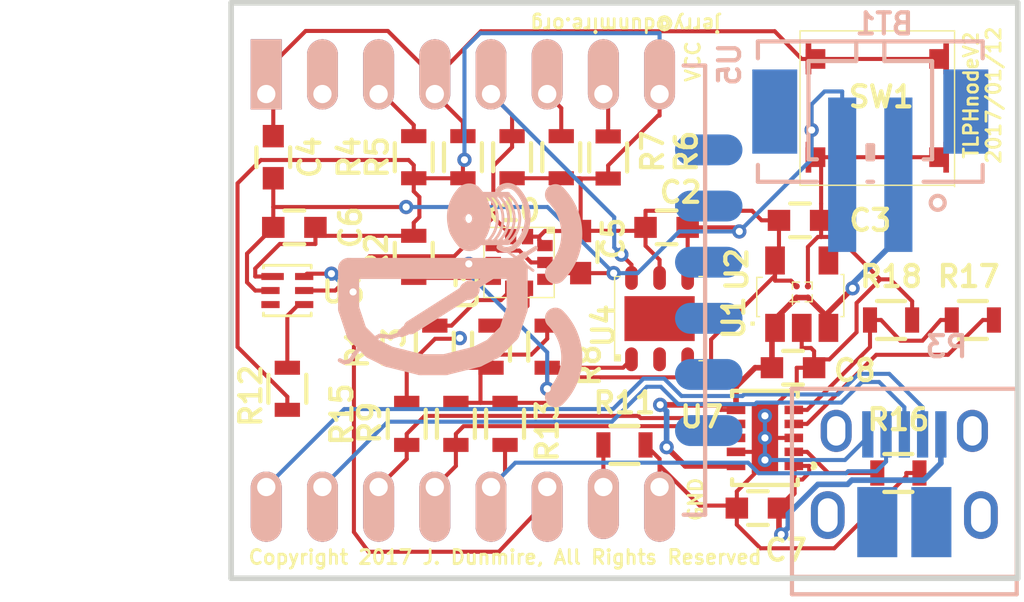
<source format=kicad_pcb>
(kicad_pcb (version 20171130) (host pcbnew "(5.1.12)-1")

  (general
    (thickness 1.6)
    (drawings 9)
    (tracks 373)
    (zones 0)
    (modules 35)
    (nets 24)
  )

  (page A4)
  (layers
    (0 F.Cu signal)
    (1 In1.Cu.GND power)
    (2 In2.Cu.VCC power)
    (31 B.Cu signal)
    (32 B.Adhes user hide)
    (33 F.Adhes user hide)
    (34 B.Paste user hide)
    (35 F.Paste user hide)
    (36 B.SilkS user hide)
    (37 F.SilkS user hide)
    (38 B.Mask user hide)
    (39 F.Mask user hide)
    (40 Dwgs.User user hide)
    (41 Cmts.User user hide)
    (42 Eco1.User user hide)
    (43 Eco2.User user hide)
    (44 Edge.Cuts user)
    (45 Margin user hide)
    (46 B.CrtYd user hide)
    (47 F.CrtYd user hide)
    (48 B.Fab user hide)
    (49 F.Fab user hide)
  )

  (setup
    (last_trace_width 0.14478)
    (user_trace_width 0.15)
    (user_trace_width 0.175)
    (user_trace_width 0.2)
    (trace_clearance 0.14478)
    (zone_clearance 0.508)
    (zone_45_only no)
    (trace_min 0.127)
    (via_size 0.508)
    (via_drill 0.254)
    (via_min_size 0.4572)
    (via_min_drill 0.254)
    (user_via 0.5 0.254)
    (user_via 0.55 0.27)
    (user_via 0.6 0.28)
    (uvia_size 0.508)
    (uvia_drill 0.254)
    (uvias_allowed no)
    (uvia_min_size 0)
    (uvia_min_drill 0)
    (edge_width 0.2)
    (segment_width 0.2)
    (pcb_text_width 0.3)
    (pcb_text_size 1.5 1.5)
    (mod_edge_width 0.15)
    (mod_text_size 0.75 0.75)
    (mod_text_width 0.15)
    (pad_size 1.524 1.524)
    (pad_drill 0.762)
    (pad_to_mask_clearance 0.2)
    (aux_axis_origin 94.5 52)
    (grid_origin 130.5 80.5)
    (visible_elements 7FFFFFFF)
    (pcbplotparams
      (layerselection 0x010f0_ffffffff)
      (usegerberextensions true)
      (usegerberattributes true)
      (usegerberadvancedattributes true)
      (creategerberjobfile true)
      (excludeedgelayer true)
      (linewidth 0.100000)
      (plotframeref false)
      (viasonmask false)
      (mode 1)
      (useauxorigin false)
      (hpglpennumber 1)
      (hpglpenspeed 20)
      (hpglpendiameter 15.000000)
      (psnegative false)
      (psa4output false)
      (plotreference true)
      (plotvalue true)
      (plotinvisibletext false)
      (padsonsilk false)
      (subtractmaskfromsilk false)
      (outputformat 1)
      (mirror false)
      (drillshape 0)
      (scaleselection 1)
      (outputdirectory "CAM/"))
  )

  (net 0 "")
  (net 1 GND)
  (net 2 VCC)
  (net 3 "Net-(C4-Pad1)")
  (net 4 "Net-(R1-Pad2)")
  (net 5 "Net-(R2-Pad2)")
  (net 6 "Net-(R3-Pad2)")
  (net 7 "Net-(R4-Pad2)")
  (net 8 "Net-(R6-Pad1)")
  (net 9 "Net-(R7-Pad1)")
  (net 10 "Net-(R11-Pad1)")
  (net 11 +BATT)
  (net 12 /power/VDD)
  (net 13 /node/PGM)
  (net 14 /node/RXD)
  (net 15 /node/TXD)
  (net 16 /node/I2C_SDA)
  (net 17 /node/CHRG)
  (net 18 /node/I2C_SCL)
  (net 19 "Net-(R12-Pad2)")
  (net 20 /node/CTRL)
  (net 21 "Net-(R16-Pad1)")
  (net 22 "Net-(R17-Pad2)")
  (net 23 +3V3)

  (net_class Default "This is the default net class."
    (clearance 0.14478)
    (trace_width 0.14478)
    (via_dia 0.508)
    (via_drill 0.254)
    (uvia_dia 0.508)
    (uvia_drill 0.254)
    (diff_pair_width 0.14478)
    (diff_pair_gap 0.14478)
    (add_net +3V3)
    (add_net +BATT)
    (add_net /node/CHRG)
    (add_net /node/CTRL)
    (add_net /node/I2C_SCL)
    (add_net /node/I2C_SDA)
    (add_net /node/PGM)
    (add_net /node/RXD)
    (add_net /node/TXD)
    (add_net /power/VDD)
    (add_net GND)
    (add_net "Net-(C4-Pad1)")
    (add_net "Net-(R1-Pad2)")
    (add_net "Net-(R11-Pad1)")
    (add_net "Net-(R12-Pad2)")
    (add_net "Net-(R16-Pad1)")
    (add_net "Net-(R17-Pad2)")
    (add_net "Net-(R2-Pad2)")
    (add_net "Net-(R3-Pad2)")
    (add_net "Net-(R4-Pad2)")
    (add_net "Net-(R6-Pad1)")
    (add_net "Net-(R7-Pad1)")
    (add_net VCC)
  )

  (net_class 2layerMin ""
    (clearance 0.1524)
    (trace_width 0.1524)
    (via_dia 0.6858)
    (via_drill 0.3302)
    (uvia_dia 0.6858)
    (uvia_drill 0.3302)
    (diff_pair_width 0.1524)
    (diff_pair_gap 0.1524)
  )

  (net_class 4layerMin ""
    (clearance 0.127)
    (trace_width 0.127)
    (via_dia 0.4572)
    (via_drill 0.254)
    (uvia_dia 0.4572)
    (uvia_drill 0.254)
    (diff_pair_width 0.127)
    (diff_pair_gap 0.127)
  )

  (module ESP8266:ESP-12E (layer B.Cu) (tedit 584B8C0C) (tstamp 584A0E0D)
    (at 131.75 83.75 270)
    (descr "Module, ESP-8266, ESP-12, 16 pad, SMD")
    (tags "Module ESP-8266 ESP8266")
    (path /58648CF6/583B4FA8)
    (fp_text reference U5 (at -1.06 -16.49 270) (layer B.SilkS)
      (effects (font (size 0.75 0.75) (thickness 0.15)) (justify mirror))
    )
    (fp_text value ESP-12E (at 8 -1 270) (layer B.Fab)
      (effects (font (size 1 1) (thickness 0.15)) (justify mirror))
    )
    (fp_line (start -1.008 8.4) (end 14.992 8.4) (layer B.Fab) (width 0.05))
    (fp_line (start -1.008 -15.6) (end -1.008 8.4) (layer B.Fab) (width 0.05))
    (fp_line (start 14.992 -15.6) (end -1.008 -15.6) (layer B.Fab) (width 0.05))
    (fp_line (start 15 8.4) (end 15 -15.6) (layer B.Fab) (width 0.05))
    (fp_line (start -1.008 2.6) (end 14.992 2.6) (layer B.CrtYd) (width 0.1524))
    (fp_line (start -1.008 8.4) (end 14.992 2.6) (layer B.CrtYd) (width 0.1524))
    (fp_line (start 14.992 8.4) (end -1.008 2.6) (layer B.CrtYd) (width 0.1524))
    (fp_line (start 14.986 -15.621) (end 14.986 -14.859) (layer B.SilkS) (width 0.1524))
    (fp_line (start -1.016 -15.621) (end 14.986 -15.621) (layer B.SilkS) (width 0.1524))
    (fp_line (start -1.016 -14.859) (end -1.016 -15.621) (layer B.SilkS) (width 0.1524))
    (fp_line (start -1.016 8.382) (end -1.016 1.016) (layer B.CrtYd) (width 0.1524))
    (fp_line (start 14.986 8.382) (end 14.986 0.889) (layer B.CrtYd) (width 0.1524))
    (fp_line (start -1.016 8.382) (end 14.986 8.382) (layer B.CrtYd) (width 0.1524))
    (fp_line (start -2.25 -16) (end -2.25 0.5) (layer B.CrtYd) (width 0.05))
    (fp_line (start 16.25 -16) (end -2.25 -16) (layer B.CrtYd) (width 0.05))
    (fp_line (start 16.25 8.75) (end 16.25 -16) (layer B.CrtYd) (width 0.05))
    (fp_line (start 15.25 8.75) (end 16.25 8.75) (layer B.CrtYd) (width 0.05))
    (fp_line (start -2.25 8.75) (end 15.25 8.75) (layer B.CrtYd) (width 0.05))
    (fp_line (start -2.25 0.5) (end -2.25 8.75) (layer B.CrtYd) (width 0.05))
    (fp_text user "No Copper" (at 6.892 5.4) (layer B.CrtYd)
      (effects (font (size 1 1) (thickness 0.15)) (justify mirror))
    )
    (pad 1 thru_hole rect (at 0 0 270) (size 2.5 1.1) (drill 0.65 (offset -0.7 0)) (layers *.Cu *.Mask B.SilkS)
      (net 3 "Net-(C4-Pad1)"))
    (pad 2 thru_hole oval (at 0 -2 270) (size 2.5 1.1) (drill 0.65 (offset -0.7 0)) (layers *.Cu *.Mask B.SilkS))
    (pad 3 thru_hole oval (at 0 -4 270) (size 2.5 1.1) (drill 0.65 (offset -0.7 0)) (layers *.Cu *.Mask B.SilkS)
      (net 7 "Net-(R4-Pad2)"))
    (pad 4 thru_hole oval (at 0 -6 270) (size 2.5 1.1) (drill 0.65 (offset -0.7 0)) (layers *.Cu *.Mask B.SilkS)
      (net 3 "Net-(C4-Pad1)"))
    (pad 5 thru_hole oval (at 0 -8 270) (size 2.5 1.1) (drill 0.65 (offset -0.7 0)) (layers *.Cu *.Mask B.SilkS)
      (net 18 /node/I2C_SCL))
    (pad 6 thru_hole oval (at 0 -10 270) (size 2.5 1.1) (drill 0.65 (offset -0.7 0)) (layers *.Cu *.Mask B.SilkS)
      (net 9 "Net-(R7-Pad1)"))
    (pad 7 thru_hole oval (at 0 -12 270) (size 2.5 1.1) (drill 0.65 (offset -0.7 0)) (layers *.Cu *.Mask B.SilkS)
      (net 8 "Net-(R6-Pad1)"))
    (pad 8 thru_hole oval (at 0 -14 270) (size 2.5 1.1) (drill 0.65 (offset -0.7 0)) (layers *.Cu *.Mask B.SilkS)
      (net 2 VCC))
    (pad 9 thru_hole oval (at 14 -14 270) (size 2.5 1.1) (drill 0.65 (offset 0.7 0)) (layers *.Cu *.Mask B.SilkS)
      (net 1 GND))
    (pad 10 thru_hole oval (at 14 -12 270) (size 2.5 1.1) (drill 0.65 (offset 0.6 0)) (layers *.Cu *.Mask B.SilkS)
      (net 10 "Net-(R11-Pad1)"))
    (pad 11 thru_hole oval (at 14 -10 270) (size 2.5 1.1) (drill 0.65 (offset 0.7 0)) (layers *.Cu *.Mask B.SilkS)
      (net 16 /node/I2C_SDA))
    (pad 12 thru_hole oval (at 14 -8 270) (size 2.5 1.1) (drill 0.65 (offset 0.7 0)) (layers *.Cu *.Mask B.SilkS)
      (net 13 /node/PGM))
    (pad 13 thru_hole oval (at 14 -6 270) (size 2.5 1.1) (drill 0.65 (offset 0.7 0)) (layers *.Cu *.Mask B.SilkS)
      (net 17 /node/CHRG))
    (pad 14 thru_hole oval (at 14 -4 270) (size 2.5 1.1) (drill 0.65 (offset 0.7 0)) (layers *.Cu *.Mask B.SilkS)
      (net 20 /node/CTRL))
    (pad 15 thru_hole oval (at 14 -2 270) (size 2.5 1.1) (drill 0.65 (offset 0.7 0)) (layers *.Cu *.Mask B.SilkS)
      (net 14 /node/RXD))
    (pad 16 thru_hole oval (at 14 0 270) (size 2.5 1.1) (drill 0.65 (offset 0.7 0)) (layers *.Cu *.Mask B.SilkS)
      (net 15 /node/TXD))
    (pad 17 smd oval (at 1.99 -15.75 180) (size 2.4 1.1) (layers B.Cu B.Paste B.Mask))
    (pad 18 smd oval (at 3.99 -15.75 180) (size 2.4 1.1) (layers B.Cu B.Paste B.Mask))
    (pad 19 smd oval (at 5.99 -15.75 180) (size 2.4 1.1) (layers B.Cu B.Paste B.Mask))
    (pad 20 smd oval (at 7.99 -15.75 180) (size 2.4 1.1) (layers B.Cu B.Paste B.Mask))
    (pad 21 smd oval (at 9.99 -15.75 180) (size 2.4 1.1) (layers B.Cu B.Paste B.Mask))
    (pad 22 smd oval (at 11.99 -15.75 180) (size 2.4 1.1) (layers B.Cu B.Paste B.Mask))
    (model ${ESPLIB}/ESP8266.3dshapes/ESP-12.wrl
      (at (xyz 0 0 0))
      (scale (xyz 0.3937 0.3937 0.3937))
      (rotate (xyz 0 0 0))
    )
  )

  (module Capacitors_SMD:C_0603 (layer F.Cu) (tedit 5415D631) (tstamp 584A0D3E)
    (at 146 88.5)
    (descr "Capacitor SMD 0603, reflow soldering, AVX (see smccp.pdf)")
    (tags "capacitor 0603")
    (path /58648CF6/584846C5)
    (attr smd)
    (fp_text reference C2 (at 0.5 -1.25) (layer F.SilkS)
      (effects (font (size 0.75 0.75) (thickness 0.15)))
    )
    (fp_text value "0.1 uF" (at 0 1.9) (layer F.Fab)
      (effects (font (size 1 1) (thickness 0.15)))
    )
    (fp_line (start 0.35 0.6) (end -0.35 0.6) (layer F.SilkS) (width 0.15))
    (fp_line (start -0.35 -0.6) (end 0.35 -0.6) (layer F.SilkS) (width 0.15))
    (fp_line (start 1.45 -0.75) (end 1.45 0.75) (layer F.CrtYd) (width 0.05))
    (fp_line (start -1.45 -0.75) (end -1.45 0.75) (layer F.CrtYd) (width 0.05))
    (fp_line (start -1.45 0.75) (end 1.45 0.75) (layer F.CrtYd) (width 0.05))
    (fp_line (start -1.45 -0.75) (end 1.45 -0.75) (layer F.CrtYd) (width 0.05))
    (fp_line (start -0.8 -0.4) (end 0.8 -0.4) (layer F.Fab) (width 0.15))
    (fp_line (start 0.8 -0.4) (end 0.8 0.4) (layer F.Fab) (width 0.15))
    (fp_line (start 0.8 0.4) (end -0.8 0.4) (layer F.Fab) (width 0.15))
    (fp_line (start -0.8 0.4) (end -0.8 -0.4) (layer F.Fab) (width 0.15))
    (pad 1 smd rect (at -0.75 0) (size 0.8 0.75) (layers F.Cu F.Paste F.Mask)
      (net 2 VCC))
    (pad 2 smd rect (at 0.75 0) (size 0.8 0.75) (layers F.Cu F.Paste F.Mask)
      (net 1 GND))
    (model Capacitors_SMD.3dshapes/C_0603.wrl
      (at (xyz 0 0 0))
      (scale (xyz 1 1 1))
      (rotate (xyz 0 0 0))
    )
  )

  (module Capacitors_SMD:C_0603 (layer F.Cu) (tedit 584B8B42) (tstamp 584A0D44)
    (at 150.75 88.25)
    (descr "Capacitor SMD 0603, reflow soldering, AVX (see smccp.pdf)")
    (tags "capacitor 0603")
    (path /58648CF6/583BE718)
    (attr smd)
    (fp_text reference C3 (at 2.5 0) (layer F.SilkS)
      (effects (font (size 0.75 0.75) (thickness 0.15)))
    )
    (fp_text value "1 uF" (at 0 1.9) (layer F.Fab)
      (effects (font (size 1 1) (thickness 0.15)))
    )
    (fp_line (start 0.35 0.6) (end -0.35 0.6) (layer F.SilkS) (width 0.15))
    (fp_line (start -0.35 -0.6) (end 0.35 -0.6) (layer F.SilkS) (width 0.15))
    (fp_line (start 1.45 -0.75) (end 1.45 0.75) (layer F.CrtYd) (width 0.05))
    (fp_line (start -1.45 -0.75) (end -1.45 0.75) (layer F.CrtYd) (width 0.05))
    (fp_line (start -1.45 0.75) (end 1.45 0.75) (layer F.CrtYd) (width 0.05))
    (fp_line (start -1.45 -0.75) (end 1.45 -0.75) (layer F.CrtYd) (width 0.05))
    (fp_line (start -0.8 -0.4) (end 0.8 -0.4) (layer F.Fab) (width 0.15))
    (fp_line (start 0.8 -0.4) (end 0.8 0.4) (layer F.Fab) (width 0.15))
    (fp_line (start 0.8 0.4) (end -0.8 0.4) (layer F.Fab) (width 0.15))
    (fp_line (start -0.8 0.4) (end -0.8 -0.4) (layer F.Fab) (width 0.15))
    (pad 1 smd rect (at -0.75 0) (size 0.8 0.75) (layers F.Cu F.Paste F.Mask)
      (net 2 VCC))
    (pad 2 smd rect (at 0.75 0) (size 0.8 0.75) (layers F.Cu F.Paste F.Mask)
      (net 1 GND))
    (model Capacitors_SMD.3dshapes/C_0603.wrl
      (at (xyz 0 0 0))
      (scale (xyz 1 1 1))
      (rotate (xyz 0 0 0))
    )
  )

  (module Capacitors_SMD:C_0603 (layer F.Cu) (tedit 0) (tstamp 584A0D4A)
    (at 132 86 270)
    (descr "Capacitor SMD 0603, reflow soldering, AVX (see smccp.pdf)")
    (tags "capacitor 0603")
    (path /58648CF6/583B653A)
    (attr smd)
    (fp_text reference C4 (at 0 -1.3 270) (layer F.SilkS)
      (effects (font (size 0.75 0.75) (thickness 0.15)))
    )
    (fp_text value "0.1 uF" (at 0 1.9 270) (layer F.Fab)
      (effects (font (size 1 1) (thickness 0.15)))
    )
    (fp_line (start -0.8 0.4) (end -0.8 -0.4) (layer F.Fab) (width 0.15))
    (fp_line (start 0.8 0.4) (end -0.8 0.4) (layer F.Fab) (width 0.15))
    (fp_line (start 0.8 -0.4) (end 0.8 0.4) (layer F.Fab) (width 0.15))
    (fp_line (start -0.8 -0.4) (end 0.8 -0.4) (layer F.Fab) (width 0.15))
    (fp_line (start -1.45 -0.75) (end 1.45 -0.75) (layer F.CrtYd) (width 0.05))
    (fp_line (start -1.45 0.75) (end 1.45 0.75) (layer F.CrtYd) (width 0.05))
    (fp_line (start -1.45 -0.75) (end -1.45 0.75) (layer F.CrtYd) (width 0.05))
    (fp_line (start 1.45 -0.75) (end 1.45 0.75) (layer F.CrtYd) (width 0.05))
    (fp_line (start -0.35 -0.6) (end 0.35 -0.6) (layer F.SilkS) (width 0.15))
    (fp_line (start 0.35 0.6) (end -0.35 0.6) (layer F.SilkS) (width 0.15))
    (pad 2 smd rect (at 0.75 0 270) (size 0.8 0.75) (layers F.Cu F.Paste F.Mask)
      (net 1 GND))
    (pad 1 smd rect (at -0.75 0 270) (size 0.8 0.75) (layers F.Cu F.Paste F.Mask)
      (net 3 "Net-(C4-Pad1)"))
    (model Capacitors_SMD.3dshapes/C_0603.wrl
      (at (xyz 0 0 0))
      (scale (xyz 1 1 1))
      (rotate (xyz 0 0 0))
    )
  )

  (module Capacitors_SMD:C_0603 (layer F.Cu) (tedit 584B895F) (tstamp 584A0D50)
    (at 142.94 89.38 270)
    (descr "Capacitor SMD 0603, reflow soldering, AVX (see smccp.pdf)")
    (tags "capacitor 0603")
    (path /58648CF6/583BE33E)
    (attr smd)
    (fp_text reference C5 (at -0.48 -1.16 270) (layer F.SilkS)
      (effects (font (size 0.75 0.75) (thickness 0.15)))
    )
    (fp_text value "0.1 uF" (at 0 1.9 270) (layer F.Fab)
      (effects (font (size 1 1) (thickness 0.15)))
    )
    (fp_line (start 0.35 0.6) (end -0.35 0.6) (layer F.SilkS) (width 0.15))
    (fp_line (start -0.35 -0.6) (end 0.35 -0.6) (layer F.SilkS) (width 0.15))
    (fp_line (start 1.45 -0.75) (end 1.45 0.75) (layer F.CrtYd) (width 0.05))
    (fp_line (start -1.45 -0.75) (end -1.45 0.75) (layer F.CrtYd) (width 0.05))
    (fp_line (start -1.45 0.75) (end 1.45 0.75) (layer F.CrtYd) (width 0.05))
    (fp_line (start -1.45 -0.75) (end 1.45 -0.75) (layer F.CrtYd) (width 0.05))
    (fp_line (start -0.8 -0.4) (end 0.8 -0.4) (layer F.Fab) (width 0.15))
    (fp_line (start 0.8 -0.4) (end 0.8 0.4) (layer F.Fab) (width 0.15))
    (fp_line (start 0.8 0.4) (end -0.8 0.4) (layer F.Fab) (width 0.15))
    (fp_line (start -0.8 0.4) (end -0.8 -0.4) (layer F.Fab) (width 0.15))
    (pad 1 smd rect (at -0.75 0 270) (size 0.8 0.75) (layers F.Cu F.Paste F.Mask)
      (net 2 VCC))
    (pad 2 smd rect (at 0.75 0 270) (size 0.8 0.75) (layers F.Cu F.Paste F.Mask)
      (net 1 GND))
    (model Capacitors_SMD.3dshapes/C_0603.wrl
      (at (xyz 0 0 0))
      (scale (xyz 1 1 1))
      (rotate (xyz 0 0 0))
    )
  )

  (module Capacitors_SMD:C_0603 (layer F.Cu) (tedit 585E135E) (tstamp 584A0D56)
    (at 132.75 88.5 180)
    (descr "Capacitor SMD 0603, reflow soldering, AVX (see smccp.pdf)")
    (tags "capacitor 0603")
    (path /58648CF6/583BE035)
    (attr smd)
    (fp_text reference C6 (at -2 0 270) (layer F.SilkS)
      (effects (font (size 0.75 0.75) (thickness 0.15)))
    )
    (fp_text value "0.1 uF" (at 0 1.9 180) (layer F.Fab)
      (effects (font (size 1 1) (thickness 0.15)))
    )
    (fp_line (start -0.8 0.4) (end -0.8 -0.4) (layer F.Fab) (width 0.15))
    (fp_line (start 0.8 0.4) (end -0.8 0.4) (layer F.Fab) (width 0.15))
    (fp_line (start 0.8 -0.4) (end 0.8 0.4) (layer F.Fab) (width 0.15))
    (fp_line (start -0.8 -0.4) (end 0.8 -0.4) (layer F.Fab) (width 0.15))
    (fp_line (start -1.45 -0.75) (end 1.45 -0.75) (layer F.CrtYd) (width 0.05))
    (fp_line (start -1.45 0.75) (end 1.45 0.75) (layer F.CrtYd) (width 0.05))
    (fp_line (start -1.45 -0.75) (end -1.45 0.75) (layer F.CrtYd) (width 0.05))
    (fp_line (start 1.45 -0.75) (end 1.45 0.75) (layer F.CrtYd) (width 0.05))
    (fp_line (start -0.35 -0.6) (end 0.35 -0.6) (layer F.SilkS) (width 0.15))
    (fp_line (start 0.35 0.6) (end -0.35 0.6) (layer F.SilkS) (width 0.15))
    (pad 2 smd rect (at 0.75 0 180) (size 0.8 0.75) (layers F.Cu F.Paste F.Mask)
      (net 1 GND))
    (pad 1 smd rect (at -0.75 0 180) (size 0.8 0.75) (layers F.Cu F.Paste F.Mask)
      (net 2 VCC))
    (model Capacitors_SMD.3dshapes/C_0603.wrl
      (at (xyz 0 0 0))
      (scale (xyz 1 1 1))
      (rotate (xyz 0 0 0))
    )
  )

  (module Resistors_SMD:R_0603 (layer F.Cu) (tedit 584B8944) (tstamp 584A0D6F)
    (at 137.75 92.75 90)
    (descr "Resistor SMD 0603, reflow soldering, Vishay (see dcrcw.pdf)")
    (tags "resistor 0603")
    (path /58648CF6/58483D82)
    (attr smd)
    (fp_text reference R1 (at -0.04 -2.75 90) (layer F.SilkS)
      (effects (font (size 0.75 0.75) (thickness 0.15)))
    )
    (fp_text value 4.7k (at 0 1.9 90) (layer F.Fab)
      (effects (font (size 1 1) (thickness 0.15)))
    )
    (fp_line (start -0.8 0.4) (end -0.8 -0.4) (layer F.Fab) (width 0.1))
    (fp_line (start 0.8 0.4) (end -0.8 0.4) (layer F.Fab) (width 0.1))
    (fp_line (start 0.8 -0.4) (end 0.8 0.4) (layer F.Fab) (width 0.1))
    (fp_line (start -0.8 -0.4) (end 0.8 -0.4) (layer F.Fab) (width 0.1))
    (fp_line (start -1.3 -0.8) (end 1.3 -0.8) (layer F.CrtYd) (width 0.05))
    (fp_line (start -1.3 0.8) (end 1.3 0.8) (layer F.CrtYd) (width 0.05))
    (fp_line (start -1.3 -0.8) (end -1.3 0.8) (layer F.CrtYd) (width 0.05))
    (fp_line (start 1.3 -0.8) (end 1.3 0.8) (layer F.CrtYd) (width 0.05))
    (fp_line (start 0.5 0.675) (end -0.5 0.675) (layer F.SilkS) (width 0.15))
    (fp_line (start -0.5 -0.675) (end 0.5 -0.675) (layer F.SilkS) (width 0.15))
    (pad 2 smd rect (at 0.75 0 90) (size 0.5 0.9) (layers F.Cu F.Paste F.Mask)
      (net 4 "Net-(R1-Pad2)"))
    (pad 1 smd rect (at -0.75 0 90) (size 0.5 0.9) (layers F.Cu F.Paste F.Mask)
      (net 2 VCC))
    (model Resistors_SMD.3dshapes/R_0603.wrl
      (at (xyz 0 0 0))
      (scale (xyz 1 1 1))
      (rotate (xyz 0 0 0))
    )
  )

  (module Resistors_SMD:R_0603 (layer F.Cu) (tedit 584B8931) (tstamp 584A0D75)
    (at 137 89.55 270)
    (descr "Resistor SMD 0603, reflow soldering, Vishay (see dcrcw.pdf)")
    (tags "resistor 0603")
    (path /58648CF6/58484063)
    (attr smd)
    (fp_text reference R2 (at -0.1 1.33 270) (layer F.SilkS)
      (effects (font (size 0.75 0.75) (thickness 0.15)))
    )
    (fp_text value 4.7k (at 0 1.9 270) (layer F.Fab)
      (effects (font (size 1 1) (thickness 0.15)))
    )
    (fp_line (start -0.5 -0.675) (end 0.5 -0.675) (layer F.SilkS) (width 0.15))
    (fp_line (start 0.5 0.675) (end -0.5 0.675) (layer F.SilkS) (width 0.15))
    (fp_line (start 1.3 -0.8) (end 1.3 0.8) (layer F.CrtYd) (width 0.05))
    (fp_line (start -1.3 -0.8) (end -1.3 0.8) (layer F.CrtYd) (width 0.05))
    (fp_line (start -1.3 0.8) (end 1.3 0.8) (layer F.CrtYd) (width 0.05))
    (fp_line (start -1.3 -0.8) (end 1.3 -0.8) (layer F.CrtYd) (width 0.05))
    (fp_line (start -0.8 -0.4) (end 0.8 -0.4) (layer F.Fab) (width 0.1))
    (fp_line (start 0.8 -0.4) (end 0.8 0.4) (layer F.Fab) (width 0.1))
    (fp_line (start 0.8 0.4) (end -0.8 0.4) (layer F.Fab) (width 0.1))
    (fp_line (start -0.8 0.4) (end -0.8 -0.4) (layer F.Fab) (width 0.1))
    (pad 1 smd rect (at -0.75 0 270) (size 0.5 0.9) (layers F.Cu F.Paste F.Mask)
      (net 2 VCC))
    (pad 2 smd rect (at 0.75 0 270) (size 0.5 0.9) (layers F.Cu F.Paste F.Mask)
      (net 5 "Net-(R2-Pad2)"))
    (model Resistors_SMD.3dshapes/R_0603.wrl
      (at (xyz 0 0 0))
      (scale (xyz 1 1 1))
      (rotate (xyz 0 0 0))
    )
  )

  (module Resistors_SMD:R_0603 (layer F.Cu) (tedit 0) (tstamp 584A0D7B)
    (at 139.75 92.75 90)
    (descr "Resistor SMD 0603, reflow soldering, Vishay (see dcrcw.pdf)")
    (tags "resistor 0603")
    (path /58648CF6/58483449)
    (attr smd)
    (fp_text reference R3 (at -0.05 -3.45 90) (layer F.SilkS)
      (effects (font (size 0.75 0.75) (thickness 0.15)))
    )
    (fp_text value 4.7k (at 0 1.9 90) (layer F.Fab)
      (effects (font (size 1 1) (thickness 0.15)))
    )
    (fp_line (start -0.5 -0.675) (end 0.5 -0.675) (layer F.SilkS) (width 0.15))
    (fp_line (start 0.5 0.675) (end -0.5 0.675) (layer F.SilkS) (width 0.15))
    (fp_line (start 1.3 -0.8) (end 1.3 0.8) (layer F.CrtYd) (width 0.05))
    (fp_line (start -1.3 -0.8) (end -1.3 0.8) (layer F.CrtYd) (width 0.05))
    (fp_line (start -1.3 0.8) (end 1.3 0.8) (layer F.CrtYd) (width 0.05))
    (fp_line (start -1.3 -0.8) (end 1.3 -0.8) (layer F.CrtYd) (width 0.05))
    (fp_line (start -0.8 -0.4) (end 0.8 -0.4) (layer F.Fab) (width 0.1))
    (fp_line (start 0.8 -0.4) (end 0.8 0.4) (layer F.Fab) (width 0.1))
    (fp_line (start 0.8 0.4) (end -0.8 0.4) (layer F.Fab) (width 0.1))
    (fp_line (start -0.8 0.4) (end -0.8 -0.4) (layer F.Fab) (width 0.1))
    (pad 1 smd rect (at -0.75 0 90) (size 0.5 0.9) (layers F.Cu F.Paste F.Mask)
      (net 2 VCC))
    (pad 2 smd rect (at 0.75 0 90) (size 0.5 0.9) (layers F.Cu F.Paste F.Mask)
      (net 6 "Net-(R3-Pad2)"))
    (model Resistors_SMD.3dshapes/R_0603.wrl
      (at (xyz 0 0 0))
      (scale (xyz 1 1 1))
      (rotate (xyz 0 0 0))
    )
  )

  (module Resistors_SMD:R_0603 (layer F.Cu) (tedit 585E110C) (tstamp 584A0D81)
    (at 137 86 90)
    (descr "Resistor SMD 0603, reflow soldering, Vishay (see dcrcw.pdf)")
    (tags "resistor 0603")
    (path /58648CF6/583B6490)
    (attr smd)
    (fp_text reference R4 (at 0 -2.3 90) (layer F.SilkS)
      (effects (font (size 0.75 0.75) (thickness 0.15)))
    )
    (fp_text value 4.7k (at 0 1.9 90) (layer F.Fab)
      (effects (font (size 1 1) (thickness 0.15)))
    )
    (fp_line (start -0.8 0.4) (end -0.8 -0.4) (layer F.Fab) (width 0.1))
    (fp_line (start 0.8 0.4) (end -0.8 0.4) (layer F.Fab) (width 0.1))
    (fp_line (start 0.8 -0.4) (end 0.8 0.4) (layer F.Fab) (width 0.1))
    (fp_line (start -0.8 -0.4) (end 0.8 -0.4) (layer F.Fab) (width 0.1))
    (fp_line (start -1.3 -0.8) (end 1.3 -0.8) (layer F.CrtYd) (width 0.05))
    (fp_line (start -1.3 0.8) (end 1.3 0.8) (layer F.CrtYd) (width 0.05))
    (fp_line (start -1.3 -0.8) (end -1.3 0.8) (layer F.CrtYd) (width 0.05))
    (fp_line (start 1.3 -0.8) (end 1.3 0.8) (layer F.CrtYd) (width 0.05))
    (fp_line (start 0.5 0.675) (end -0.5 0.675) (layer F.SilkS) (width 0.15))
    (fp_line (start -0.5 -0.675) (end 0.5 -0.675) (layer F.SilkS) (width 0.15))
    (pad 2 smd rect (at 0.75 0 90) (size 0.5 0.9) (layers F.Cu F.Paste F.Mask)
      (net 7 "Net-(R4-Pad2)"))
    (pad 1 smd rect (at -0.75 0 90) (size 0.5 0.9) (layers F.Cu F.Paste F.Mask)
      (net 2 VCC))
    (model Resistors_SMD.3dshapes/R_0603.wrl
      (at (xyz 0 0 0))
      (scale (xyz 1 1 1))
      (rotate (xyz 0 0 0))
    )
  )

  (module Resistors_SMD:R_0603 (layer F.Cu) (tedit 0) (tstamp 584A0D87)
    (at 138.75 86 90)
    (descr "Resistor SMD 0603, reflow soldering, Vishay (see dcrcw.pdf)")
    (tags "resistor 0603")
    (path /58648CF6/583B6506)
    (attr smd)
    (fp_text reference R5 (at 0 -3.05 90) (layer F.SilkS)
      (effects (font (size 0.75 0.75) (thickness 0.15)))
    )
    (fp_text value 10k (at 0 1.9 90) (layer F.Fab)
      (effects (font (size 1 1) (thickness 0.15)))
    )
    (fp_line (start -0.5 -0.675) (end 0.5 -0.675) (layer F.SilkS) (width 0.15))
    (fp_line (start 0.5 0.675) (end -0.5 0.675) (layer F.SilkS) (width 0.15))
    (fp_line (start 1.3 -0.8) (end 1.3 0.8) (layer F.CrtYd) (width 0.05))
    (fp_line (start -1.3 -0.8) (end -1.3 0.8) (layer F.CrtYd) (width 0.05))
    (fp_line (start -1.3 0.8) (end 1.3 0.8) (layer F.CrtYd) (width 0.05))
    (fp_line (start -1.3 -0.8) (end 1.3 -0.8) (layer F.CrtYd) (width 0.05))
    (fp_line (start -0.8 -0.4) (end 0.8 -0.4) (layer F.Fab) (width 0.1))
    (fp_line (start 0.8 -0.4) (end 0.8 0.4) (layer F.Fab) (width 0.1))
    (fp_line (start 0.8 0.4) (end -0.8 0.4) (layer F.Fab) (width 0.1))
    (fp_line (start -0.8 0.4) (end -0.8 -0.4) (layer F.Fab) (width 0.1))
    (pad 1 smd rect (at -0.75 0 90) (size 0.5 0.9) (layers F.Cu F.Paste F.Mask)
      (net 2 VCC))
    (pad 2 smd rect (at 0.75 0 90) (size 0.5 0.9) (layers F.Cu F.Paste F.Mask)
      (net 3 "Net-(C4-Pad1)"))
    (model Resistors_SMD.3dshapes/R_0603.wrl
      (at (xyz 0 0 0))
      (scale (xyz 1 1 1))
      (rotate (xyz 0 0 0))
    )
  )

  (module Resistors_SMD:R_0603 (layer F.Cu) (tedit 584B8BF7) (tstamp 584A0D8D)
    (at 143.92 86.01 270)
    (descr "Resistor SMD 0603, reflow soldering, Vishay (see dcrcw.pdf)")
    (tags "resistor 0603")
    (path /58648CF6/583BCA9C)
    (attr smd)
    (fp_text reference R6 (at -0.21 -2.78 270) (layer F.SilkS)
      (effects (font (size 0.75 0.75) (thickness 0.15)))
    )
    (fp_text value 10k (at 0 1.9 270) (layer F.Fab)
      (effects (font (size 1 1) (thickness 0.15)))
    )
    (fp_line (start -0.5 -0.675) (end 0.5 -0.675) (layer F.SilkS) (width 0.15))
    (fp_line (start 0.5 0.675) (end -0.5 0.675) (layer F.SilkS) (width 0.15))
    (fp_line (start 1.3 -0.8) (end 1.3 0.8) (layer F.CrtYd) (width 0.05))
    (fp_line (start -1.3 -0.8) (end -1.3 0.8) (layer F.CrtYd) (width 0.05))
    (fp_line (start -1.3 0.8) (end 1.3 0.8) (layer F.CrtYd) (width 0.05))
    (fp_line (start -1.3 -0.8) (end 1.3 -0.8) (layer F.CrtYd) (width 0.05))
    (fp_line (start -0.8 -0.4) (end 0.8 -0.4) (layer F.Fab) (width 0.1))
    (fp_line (start 0.8 -0.4) (end 0.8 0.4) (layer F.Fab) (width 0.1))
    (fp_line (start 0.8 0.4) (end -0.8 0.4) (layer F.Fab) (width 0.1))
    (fp_line (start -0.8 0.4) (end -0.8 -0.4) (layer F.Fab) (width 0.1))
    (pad 1 smd rect (at -0.75 0 270) (size 0.5 0.9) (layers F.Cu F.Paste F.Mask)
      (net 8 "Net-(R6-Pad1)"))
    (pad 2 smd rect (at 0.75 0 270) (size 0.5 0.9) (layers F.Cu F.Paste F.Mask)
      (net 2 VCC))
    (model Resistors_SMD.3dshapes/R_0603.wrl
      (at (xyz 0 0 0))
      (scale (xyz 1 1 1))
      (rotate (xyz 0 0 0))
    )
  )

  (module Resistors_SMD:R_0603 (layer F.Cu) (tedit 585E10F5) (tstamp 584A0D93)
    (at 142.25 86 270)
    (descr "Resistor SMD 0603, reflow soldering, Vishay (see dcrcw.pdf)")
    (tags "resistor 0603")
    (path /58648CF6/583BCB48)
    (attr smd)
    (fp_text reference R7 (at -0.2 -3.25 270) (layer F.SilkS)
      (effects (font (size 0.75 0.75) (thickness 0.15)))
    )
    (fp_text value 10k (at 0 1.9 270) (layer F.Fab)
      (effects (font (size 1 1) (thickness 0.15)))
    )
    (fp_line (start -0.8 0.4) (end -0.8 -0.4) (layer F.Fab) (width 0.1))
    (fp_line (start 0.8 0.4) (end -0.8 0.4) (layer F.Fab) (width 0.1))
    (fp_line (start 0.8 -0.4) (end 0.8 0.4) (layer F.Fab) (width 0.1))
    (fp_line (start -0.8 -0.4) (end 0.8 -0.4) (layer F.Fab) (width 0.1))
    (fp_line (start -1.3 -0.8) (end 1.3 -0.8) (layer F.CrtYd) (width 0.05))
    (fp_line (start -1.3 0.8) (end 1.3 0.8) (layer F.CrtYd) (width 0.05))
    (fp_line (start -1.3 -0.8) (end -1.3 0.8) (layer F.CrtYd) (width 0.05))
    (fp_line (start 1.3 -0.8) (end 1.3 0.8) (layer F.CrtYd) (width 0.05))
    (fp_line (start 0.5 0.675) (end -0.5 0.675) (layer F.SilkS) (width 0.15))
    (fp_line (start -0.5 -0.675) (end 0.5 -0.675) (layer F.SilkS) (width 0.15))
    (pad 2 smd rect (at 0.75 0 270) (size 0.5 0.9) (layers F.Cu F.Paste F.Mask)
      (net 2 VCC))
    (pad 1 smd rect (at -0.75 0 270) (size 0.5 0.9) (layers F.Cu F.Paste F.Mask)
      (net 9 "Net-(R7-Pad1)"))
    (model Resistors_SMD.3dshapes/R_0603.wrl
      (at (xyz 0 0 0))
      (scale (xyz 1 1 1))
      (rotate (xyz 0 0 0))
    )
  )

  (module Resistors_SMD:R_0603 (layer F.Cu) (tedit 0) (tstamp 584A0D99)
    (at 141.75 92.75 270)
    (descr "Resistor SMD 0603, reflow soldering, Vishay (see dcrcw.pdf)")
    (tags "resistor 0603")
    (path /58648CF6/583BB767)
    (attr smd)
    (fp_text reference R8 (at 0.67 -1.5 270) (layer F.SilkS)
      (effects (font (size 0.75 0.75) (thickness 0.15)))
    )
    (fp_text value 4.7k (at 0 1.9 270) (layer F.Fab)
      (effects (font (size 1 1) (thickness 0.15)))
    )
    (fp_line (start -0.8 0.4) (end -0.8 -0.4) (layer F.Fab) (width 0.1))
    (fp_line (start 0.8 0.4) (end -0.8 0.4) (layer F.Fab) (width 0.1))
    (fp_line (start 0.8 -0.4) (end 0.8 0.4) (layer F.Fab) (width 0.1))
    (fp_line (start -0.8 -0.4) (end 0.8 -0.4) (layer F.Fab) (width 0.1))
    (fp_line (start -1.3 -0.8) (end 1.3 -0.8) (layer F.CrtYd) (width 0.05))
    (fp_line (start -1.3 0.8) (end 1.3 0.8) (layer F.CrtYd) (width 0.05))
    (fp_line (start -1.3 -0.8) (end -1.3 0.8) (layer F.CrtYd) (width 0.05))
    (fp_line (start 1.3 -0.8) (end 1.3 0.8) (layer F.CrtYd) (width 0.05))
    (fp_line (start 0.5 0.675) (end -0.5 0.675) (layer F.SilkS) (width 0.15))
    (fp_line (start -0.5 -0.675) (end 0.5 -0.675) (layer F.SilkS) (width 0.15))
    (pad 2 smd rect (at 0.75 0 270) (size 0.5 0.9) (layers F.Cu F.Paste F.Mask)
      (net 16 /node/I2C_SDA))
    (pad 1 smd rect (at -0.75 0 270) (size 0.5 0.9) (layers F.Cu F.Paste F.Mask)
      (net 2 VCC))
    (model Resistors_SMD.3dshapes/R_0603.wrl
      (at (xyz 0 0 0))
      (scale (xyz 1 1 1))
      (rotate (xyz 0 0 0))
    )
  )

  (module Resistors_SMD:R_0603 (layer F.Cu) (tedit 58729800) (tstamp 584A0D9F)
    (at 138.5 95.5 270)
    (descr "Resistor SMD 0603, reflow soldering, Vishay (see dcrcw.pdf)")
    (tags "resistor 0603")
    (path /58648CF6/583BD73B)
    (attr smd)
    (fp_text reference R9 (at -0.04 3.07 270) (layer F.SilkS)
      (effects (font (size 0.75 0.75) (thickness 0.15)))
    )
    (fp_text value 10k (at 0 1.9 270) (layer F.Fab)
      (effects (font (size 1 1) (thickness 0.15)))
    )
    (fp_line (start -0.8 0.4) (end -0.8 -0.4) (layer F.Fab) (width 0.1))
    (fp_line (start 0.8 0.4) (end -0.8 0.4) (layer F.Fab) (width 0.1))
    (fp_line (start 0.8 -0.4) (end 0.8 0.4) (layer F.Fab) (width 0.1))
    (fp_line (start -0.8 -0.4) (end 0.8 -0.4) (layer F.Fab) (width 0.1))
    (fp_line (start -1.3 -0.8) (end 1.3 -0.8) (layer F.CrtYd) (width 0.05))
    (fp_line (start -1.3 0.8) (end 1.3 0.8) (layer F.CrtYd) (width 0.05))
    (fp_line (start -1.3 -0.8) (end -1.3 0.8) (layer F.CrtYd) (width 0.05))
    (fp_line (start 1.3 -0.8) (end 1.3 0.8) (layer F.CrtYd) (width 0.05))
    (fp_line (start 0.5 0.675) (end -0.5 0.675) (layer F.SilkS) (width 0.15))
    (fp_line (start -0.5 -0.675) (end 0.5 -0.675) (layer F.SilkS) (width 0.15))
    (pad 2 smd rect (at 0.75 0 270) (size 0.5 0.9) (layers F.Cu F.Paste F.Mask)
      (net 17 /node/CHRG))
    (pad 1 smd rect (at -0.75 0 270) (size 0.5 0.9) (layers F.Cu F.Paste F.Mask)
      (net 2 VCC))
    (model Resistors_SMD.3dshapes/R_0603.wrl
      (at (xyz 0 0 0))
      (scale (xyz 1 1 1))
      (rotate (xyz 0 0 0))
    )
  )

  (module Resistors_SMD:R_0603 (layer F.Cu) (tedit 0) (tstamp 584A0DA5)
    (at 140.5 86 90)
    (descr "Resistor SMD 0603, reflow soldering, Vishay (see dcrcw.pdf)")
    (tags "resistor 0603")
    (path /58648CF6/583BB7BB)
    (attr smd)
    (fp_text reference R10 (at -1.9 -0.1 180) (layer F.SilkS)
      (effects (font (size 0.75 0.75) (thickness 0.15)))
    )
    (fp_text value 4.7k (at 0 1.9 90) (layer F.Fab)
      (effects (font (size 1 1) (thickness 0.15)))
    )
    (fp_line (start -0.5 -0.675) (end 0.5 -0.675) (layer F.SilkS) (width 0.15))
    (fp_line (start 0.5 0.675) (end -0.5 0.675) (layer F.SilkS) (width 0.15))
    (fp_line (start 1.3 -0.8) (end 1.3 0.8) (layer F.CrtYd) (width 0.05))
    (fp_line (start -1.3 -0.8) (end -1.3 0.8) (layer F.CrtYd) (width 0.05))
    (fp_line (start -1.3 0.8) (end 1.3 0.8) (layer F.CrtYd) (width 0.05))
    (fp_line (start -1.3 -0.8) (end 1.3 -0.8) (layer F.CrtYd) (width 0.05))
    (fp_line (start -0.8 -0.4) (end 0.8 -0.4) (layer F.Fab) (width 0.1))
    (fp_line (start 0.8 -0.4) (end 0.8 0.4) (layer F.Fab) (width 0.1))
    (fp_line (start 0.8 0.4) (end -0.8 0.4) (layer F.Fab) (width 0.1))
    (fp_line (start -0.8 0.4) (end -0.8 -0.4) (layer F.Fab) (width 0.1))
    (pad 1 smd rect (at -0.75 0 90) (size 0.5 0.9) (layers F.Cu F.Paste F.Mask)
      (net 2 VCC))
    (pad 2 smd rect (at 0.75 0 90) (size 0.5 0.9) (layers F.Cu F.Paste F.Mask)
      (net 18 /node/I2C_SCL))
    (model Resistors_SMD.3dshapes/R_0603.wrl
      (at (xyz 0 0 0))
      (scale (xyz 1 1 1))
      (rotate (xyz 0 0 0))
    )
  )

  (module Resistors_SMD:R_0603 (layer F.Cu) (tedit 585E114F) (tstamp 584A0DAB)
    (at 144.5 96.25)
    (descr "Resistor SMD 0603, reflow soldering, Vishay (see dcrcw.pdf)")
    (tags "resistor 0603")
    (path /58648CF6/583BC6B1)
    (attr smd)
    (fp_text reference R11 (at 0 -1.5) (layer F.SilkS)
      (effects (font (size 0.75 0.75) (thickness 0.15)))
    )
    (fp_text value 4.7k (at 0 1.9) (layer F.Fab)
      (effects (font (size 1 1) (thickness 0.15)))
    )
    (fp_line (start -0.5 -0.675) (end 0.5 -0.675) (layer F.SilkS) (width 0.15))
    (fp_line (start 0.5 0.675) (end -0.5 0.675) (layer F.SilkS) (width 0.15))
    (fp_line (start 1.3 -0.8) (end 1.3 0.8) (layer F.CrtYd) (width 0.05))
    (fp_line (start -1.3 -0.8) (end -1.3 0.8) (layer F.CrtYd) (width 0.05))
    (fp_line (start -1.3 0.8) (end 1.3 0.8) (layer F.CrtYd) (width 0.05))
    (fp_line (start -1.3 -0.8) (end 1.3 -0.8) (layer F.CrtYd) (width 0.05))
    (fp_line (start -0.8 -0.4) (end 0.8 -0.4) (layer F.Fab) (width 0.1))
    (fp_line (start 0.8 -0.4) (end 0.8 0.4) (layer F.Fab) (width 0.1))
    (fp_line (start 0.8 0.4) (end -0.8 0.4) (layer F.Fab) (width 0.1))
    (fp_line (start -0.8 0.4) (end -0.8 -0.4) (layer F.Fab) (width 0.1))
    (pad 1 smd rect (at -0.75 0) (size 0.5 0.9) (layers F.Cu F.Paste F.Mask)
      (net 10 "Net-(R11-Pad1)"))
    (pad 2 smd rect (at 0.75 0) (size 0.5 0.9) (layers F.Cu F.Paste F.Mask)
      (net 1 GND))
    (model Resistors_SMD.3dshapes/R_0603.wrl
      (at (xyz 0 0 0))
      (scale (xyz 1 1 1))
      (rotate (xyz 0 0 0))
    )
  )

  (module Resistors_SMD:R_0603 (layer F.Cu) (tedit 0) (tstamp 584A0DB1)
    (at 132.5 94.25 90)
    (descr "Resistor SMD 0603, reflow soldering, Vishay (see dcrcw.pdf)")
    (tags "resistor 0603")
    (path /58648CF6/583BB80B)
    (attr smd)
    (fp_text reference R12 (at -0.25 -1.3 90) (layer F.SilkS)
      (effects (font (size 0.75 0.75) (thickness 0.15)))
    )
    (fp_text value 4.7k (at 0 1.9 90) (layer F.Fab)
      (effects (font (size 1 1) (thickness 0.15)))
    )
    (fp_line (start -0.5 -0.675) (end 0.5 -0.675) (layer F.SilkS) (width 0.15))
    (fp_line (start 0.5 0.675) (end -0.5 0.675) (layer F.SilkS) (width 0.15))
    (fp_line (start 1.3 -0.8) (end 1.3 0.8) (layer F.CrtYd) (width 0.05))
    (fp_line (start -1.3 -0.8) (end -1.3 0.8) (layer F.CrtYd) (width 0.05))
    (fp_line (start -1.3 0.8) (end 1.3 0.8) (layer F.CrtYd) (width 0.05))
    (fp_line (start -1.3 -0.8) (end 1.3 -0.8) (layer F.CrtYd) (width 0.05))
    (fp_line (start -0.8 -0.4) (end 0.8 -0.4) (layer F.Fab) (width 0.1))
    (fp_line (start 0.8 -0.4) (end 0.8 0.4) (layer F.Fab) (width 0.1))
    (fp_line (start 0.8 0.4) (end -0.8 0.4) (layer F.Fab) (width 0.1))
    (fp_line (start -0.8 0.4) (end -0.8 -0.4) (layer F.Fab) (width 0.1))
    (pad 1 smd rect (at -0.75 0 90) (size 0.5 0.9) (layers F.Cu F.Paste F.Mask)
      (net 2 VCC))
    (pad 2 smd rect (at 0.75 0 90) (size 0.5 0.9) (layers F.Cu F.Paste F.Mask)
      (net 19 "Net-(R12-Pad2)"))
    (model Resistors_SMD.3dshapes/R_0603.wrl
      (at (xyz 0 0 0))
      (scale (xyz 1 1 1))
      (rotate (xyz 0 0 0))
    )
  )

  (module Resistors_SMD:R_0603 (layer F.Cu) (tedit 584B8927) (tstamp 584A0DB7)
    (at 140.25 95.5 270)
    (descr "Resistor SMD 0603, reflow soldering, Vishay (see dcrcw.pdf)")
    (tags "resistor 0603")
    (path /58648CF6/583BD162)
    (attr smd)
    (fp_text reference R13 (at 0.25 -1.5 270) (layer F.SilkS)
      (effects (font (size 0.75 0.75) (thickness 0.15)))
    )
    (fp_text value 4.7k (at 0 1.9 270) (layer F.Fab)
      (effects (font (size 1 1) (thickness 0.15)))
    )
    (fp_line (start -0.8 0.4) (end -0.8 -0.4) (layer F.Fab) (width 0.1))
    (fp_line (start 0.8 0.4) (end -0.8 0.4) (layer F.Fab) (width 0.1))
    (fp_line (start 0.8 -0.4) (end 0.8 0.4) (layer F.Fab) (width 0.1))
    (fp_line (start -0.8 -0.4) (end 0.8 -0.4) (layer F.Fab) (width 0.1))
    (fp_line (start -1.3 -0.8) (end 1.3 -0.8) (layer F.CrtYd) (width 0.05))
    (fp_line (start -1.3 0.8) (end 1.3 0.8) (layer F.CrtYd) (width 0.05))
    (fp_line (start -1.3 -0.8) (end -1.3 0.8) (layer F.CrtYd) (width 0.05))
    (fp_line (start 1.3 -0.8) (end 1.3 0.8) (layer F.CrtYd) (width 0.05))
    (fp_line (start 0.5 0.675) (end -0.5 0.675) (layer F.SilkS) (width 0.15))
    (fp_line (start -0.5 -0.675) (end 0.5 -0.675) (layer F.SilkS) (width 0.15))
    (pad 2 smd rect (at 0.75 0 270) (size 0.5 0.9) (layers F.Cu F.Paste F.Mask)
      (net 13 /node/PGM))
    (pad 1 smd rect (at -0.75 0 270) (size 0.5 0.9) (layers F.Cu F.Paste F.Mask)
      (net 2 VCC))
    (model Resistors_SMD.3dshapes/R_0603.wrl
      (at (xyz 0 0 0))
      (scale (xyz 1 1 1))
      (rotate (xyz 0 0 0))
    )
  )

  (module rockingdlabs:ESwitch-SMD-4 (layer F.Cu) (tedit 584B8B19) (tstamp 584A0DC9)
    (at 153.5 84.25 180)
    (path /58648CF6/583B60A2)
    (fp_text reference SW1 (at -0.14 0.4 180) (layer F.SilkS)
      (effects (font (size 0.75 0.75) (thickness 0.15)))
    )
    (fp_text value Reset (at 0.25 -5.35 180) (layer F.Fab)
      (effects (font (size 1 1) (thickness 0.15)))
    )
    (fp_line (start -2.75 -2.75) (end 2.75 -2.75) (layer F.SilkS) (width 0.05))
    (fp_line (start 2.75 -2.75) (end 2.75 2.75) (layer F.SilkS) (width 0.05))
    (fp_line (start 2.75 2.75) (end -2.75 2.75) (layer F.SilkS) (width 0.05))
    (fp_line (start -2.75 2.75) (end -2.75 -2.8) (layer F.SilkS) (width 0.05))
    (pad 2 smd rect (at 2.45 1.75 180) (size 0.2 1.1) (layers F.Cu F.Paste F.Mask)
      (net 3 "Net-(C4-Pad1)"))
    (pad 1 smd rect (at 2.45 -1.75 180) (size 0.2 1.1) (layers F.Cu F.Paste F.Mask)
      (net 1 GND))
    (pad 2 smd rect (at -2.45 1.75 180) (size 0.2 1.1) (layers F.Cu F.Paste F.Mask)
      (net 3 "Net-(C4-Pad1)"))
    (pad 1 smd rect (at -2.45 -1.75 180) (size 0.2 1.1) (layers F.Cu F.Paste F.Mask)
      (net 1 GND))
    (pad 2 smd rect (at 2.2 1.75 180) (size 0.7 0.7) (layers F.Cu F.Paste F.Mask)
      (net 3 "Net-(C4-Pad1)"))
    (pad 2 smd rect (at -2.2 1.75 180) (size 0.7 0.7) (layers F.Cu F.Paste F.Mask)
      (net 3 "Net-(C4-Pad1)"))
    (pad 1 smd rect (at 2.2 -1.75 180) (size 0.7 0.7) (layers F.Cu F.Paste F.Mask)
      (net 1 GND))
    (pad 1 smd rect (at -2.2 -1.75 180) (size 0.7 0.7) (layers F.Cu F.Paste F.Mask)
      (net 1 GND))
    (model ${ROCKINGDLIB}/rockingdlabs.3dshapes/TL3315NFxxxQ.stp
      (at (xyz 0 0 0))
      (scale (xyz 1 1 1))
      (rotate (xyz 0 0 0))
    )
  )

  (module rockingdlabs:NCP703-TSOP-5 (layer F.Cu) (tedit 585DC19B) (tstamp 584A0DD2)
    (at 150.81 90.88 180)
    (path /58648CF6/58460C40)
    (fp_text reference U1 (at 2.42 -0.84 90) (layer F.SilkS)
      (effects (font (size 0.75 0.75) (thickness 0.15)))
    )
    (fp_text value NCP703 (at 0.7 -4.2 180) (layer F.Fab)
      (effects (font (size 1 1) (thickness 0.15)))
    )
    (fp_line (start -1.4 -0.8) (end -1.5 -0.8) (layer F.SilkS) (width 0.05))
    (fp_line (start -1.5 -0.8) (end -1.5 0.7) (layer F.SilkS) (width 0.05))
    (fp_line (start -1.5 0.7) (end -1.4 0.7) (layer F.SilkS) (width 0.05))
    (fp_line (start 1.7 -1) (end 1.8 -1) (layer F.SilkS) (width 0.05))
    (fp_line (start 1.8 -1) (end 1.8 -1.1) (layer F.SilkS) (width 0.05))
    (fp_line (start 1.8 -1.1) (end 1.7 -1.1) (layer F.SilkS) (width 0.05))
    (fp_line (start 1.7 -1.1) (end 1.7 -1) (layer F.SilkS) (width 0.05))
    (fp_line (start 1.7 -1) (end 1.7 -1.05) (layer F.SilkS) (width 0.05))
    (fp_line (start 1.7 -1.05) (end 1.8 -1.05) (layer F.SilkS) (width 0.05))
    (fp_line (start 1.5 -0.8) (end 1.6 -0.8) (layer F.SilkS) (width 0.05))
    (fp_line (start 1.6 -0.8) (end 1.6 0.6) (layer F.SilkS) (width 0.05))
    (fp_line (start 1.6 0.6) (end 1.4 0.6) (layer F.SilkS) (width 0.05))
    (pad 5 smd rect (at 0.95 1.2 180) (size 0.7 1) (layers F.Cu F.Paste F.Mask)
      (net 2 VCC))
    (pad 4 smd rect (at -0.95 1.2 180) (size 0.7 1) (layers F.Cu F.Paste F.Mask))
    (pad 3 smd rect (at -0.95 -1.2 180) (size 0.7 1) (layers F.Cu F.Paste F.Mask)
      (net 11 +BATT))
    (pad 2 smd rect (at 0 -1.2 180) (size 0.7 1) (layers F.Cu F.Paste F.Mask)
      (net 1 GND))
    (pad 1 smd rect (at 0.95 -1.2 180) (size 0.7 1) (layers F.Cu F.Paste F.Mask)
      (net 11 +BATT))
    (model ${ROCKINGDLIB}/rockingdlabs.3dshapes/SW3dPS-TSOT23-5.STEP
      (offset (xyz 0.7499999887361302 -2.999999954944522 0.9999999849815068))
      (scale (xyz 1 1 1))
      (rotate (xyz 0 0 180))
    )
  )

  (module rockingdlabs:LD39130S-FlipChip-4 (layer F.Cu) (tedit 584B92EA) (tstamp 584A0DDA)
    (at 150.83 90.8 90)
    (path /58648CF6/5845CCAC)
    (fp_text reference U2 (at 0.8 -2.33 90) (layer F.SilkS)
      (effects (font (size 0.75 0.75) (thickness 0.15)))
    )
    (fp_text value LD39130S (at 0.25 -4.25 90) (layer F.Fab)
      (effects (font (size 1 1) (thickness 0.15)))
    )
    (fp_line (start 0.35 0.1) (end 0.35 0.35) (layer F.SilkS) (width 0.05))
    (fp_line (start 0.35 0.35) (end 0.1 0.35) (layer F.SilkS) (width 0.05))
    (fp_line (start 0.1 -0.35) (end 0.35 -0.35) (layer F.SilkS) (width 0.05))
    (fp_line (start 0.35 -0.35) (end 0.35 -0.1) (layer F.SilkS) (width 0.05))
    (fp_line (start -0.35 0.1) (end -0.35 0.35) (layer F.SilkS) (width 0.05))
    (fp_line (start -0.35 0.35) (end -0.1 0.35) (layer F.SilkS) (width 0.05))
    (fp_line (start -0.1 -0.35) (end -0.35 -0.35) (layer F.SilkS) (width 0.05))
    (fp_line (start -0.35 -0.35) (end -0.35 -0.1) (layer F.SilkS) (width 0.05))
    (fp_line (start -0.45 -0.35) (end -0.35 -0.35) (layer F.SilkS) (width 0.05))
    (fp_line (start -0.35 -0.45) (end -0.35 -0.35) (layer F.SilkS) (width 0.05))
    (pad A1 smd circle (at -0.2 -0.2 90) (size 0.22 0.22) (layers F.Cu F.Paste F.Mask)
      (net 11 +BATT))
    (pad A2 smd circle (at 0.2 -0.2 90) (size 0.22 0.22) (layers F.Cu F.Paste F.Mask)
      (net 2 VCC))
    (pad B1 smd circle (at -0.2 0.2 90) (size 0.22 0.22) (layers F.Cu F.Paste F.Mask)
      (net 11 +BATT))
    (pad B2 smd circle (at 0.2 0.2 90) (size 0.22 0.22) (layers F.Cu F.Paste F.Mask)
      (net 1 GND))
    (model ${ROCKINGDLIB}/rockingdlabs.3dshapes/LD39130S-FlipChip-4.step
      (at (xyz 0 0 0))
      (scale (xyz 1 1 1))
      (rotate (xyz 0 0 0))
    )
  )

  (module rockingdlabs:LPS25HB-HLGA-10L-2.5x2.5mm (layer F.Cu) (tedit 584B8B90) (tstamp 584A0DE8)
    (at 140.75 89.75 270)
    (path /58648CF6/584A1073)
    (fp_text reference U3 (at 0.95 1.85 90) (layer F.SilkS)
      (effects (font (size 0.75 0.75) (thickness 0.15)))
    )
    (fp_text value LPS25HB (at -0.85 -4.1 270) (layer F.Fab)
      (effects (font (size 1 1) (thickness 0.15)))
    )
    (fp_line (start -1.1 -1.25) (end -1.1 -1) (layer F.SilkS) (width 0.05))
    (fp_line (start -1.15 -1.25) (end -1.15 -1) (layer F.SilkS) (width 0.05))
    (fp_line (start -1.2 -1.25) (end -1.2 -1) (layer F.SilkS) (width 0.05))
    (fp_line (start -1.05 -1.25) (end -1.05 -1) (layer F.SilkS) (width 0.05))
    (fp_line (start -1.05 -1) (end -1.25 -1) (layer F.SilkS) (width 0.05))
    (fp_line (start -1.25 -1.25) (end 1.25 -1.25) (layer F.SilkS) (width 0.05))
    (fp_line (start 1.25 -1.25) (end 1.25 1.25) (layer F.SilkS) (width 0.05))
    (fp_line (start 1.25 1.25) (end -1.25 1.25) (layer F.SilkS) (width 0.05))
    (fp_line (start -1.25 1.25) (end -1.25 -1.25) (layer F.SilkS) (width 0.05))
    (pad 10 smd rect (at -0.6 -0.92 270) (size 0.4 0.55) (layers F.Cu F.Paste F.Mask)
      (net 2 VCC))
    (pad 9 smd rect (at 0 -0.92 270) (size 0.4 0.55) (layers F.Cu F.Paste F.Mask)
      (net 1 GND))
    (pad 8 smd rect (at 0.6 -0.92 270) (size 0.4 0.55) (layers F.Cu F.Paste F.Mask)
      (net 1 GND))
    (pad 5 smd rect (at 0.6 0.92 270) (size 0.4 0.55) (layers F.Cu F.Paste F.Mask)
      (net 5 "Net-(R2-Pad2)"))
    (pad 4 smd rect (at 0 0.92 270) (size 0.4 0.55) (layers F.Cu F.Paste F.Mask)
      (net 16 /node/I2C_SDA))
    (pad 3 smd rect (at -0.6 0.92 270) (size 0.4 0.55) (layers F.Cu F.Paste F.Mask)
      (net 1 GND))
    (pad 6 smd rect (at 0.92 0.3 270) (size 0.55 0.4) (layers F.Cu F.Paste F.Mask)
      (net 4 "Net-(R1-Pad2)"))
    (pad 7 smd rect (at 0.92 -0.3 270) (size 0.55 0.4) (layers F.Cu F.Paste F.Mask)
      (net 6 "Net-(R3-Pad2)"))
    (pad 2 smd rect (at -0.92 0.3 270) (size 0.55 0.4) (layers F.Cu F.Paste F.Mask)
      (net 18 /node/I2C_SCL))
    (pad 1 smd rect (at -0.92 -0.3 270) (size 0.55 0.4) (layers F.Cu F.Paste F.Mask)
      (net 2 VCC))
    (model ${ROCKINGDLIB}/rockingdlabs.3dshapes/HCLGA-10L_2.5x2.5mm.step
      (at (xyz 0 0 0))
      (scale (xyz 1 1 1))
      (rotate (xyz -90 0 90))
    )
  )

  (module rockingdlabs:Si7006_A20-DFN-6 (layer F.Cu) (tedit 584B9700) (tstamp 584A0DF3)
    (at 145.75 91.75 90)
    (path /58648CF6/583B5CA2)
    (fp_text reference U4 (at -0.25 -2 270) (layer F.SilkS)
      (effects (font (size 0.75 0.75) (thickness 0.15)))
    )
    (fp_text value Si7006-A20 (at 0.05 -3.6 90) (layer F.Fab)
      (effects (font (size 1 1) (thickness 0.15)))
    )
    (fp_line (start -1.45 -1.6) (end -1.45 -1.4) (layer F.SilkS) (width 0.05))
    (fp_line (start -1.4 -1.6) (end -1.4 -1.4) (layer F.SilkS) (width 0.05))
    (fp_line (start -1.35 -1.6) (end -1.35 -1.4) (layer F.SilkS) (width 0.05))
    (fp_line (start -1.5 -1.45) (end -1.3 -1.45) (layer F.SilkS) (width 0.05))
    (fp_line (start -1.5 -1.5) (end -1.3 -1.5) (layer F.SilkS) (width 0.05))
    (fp_line (start -1.5 -1.55) (end -1.3 -1.55) (layer F.SilkS) (width 0.05))
    (fp_line (start -1.5 -1.4) (end -1.4 -1.4) (layer F.SilkS) (width 0.05))
    (fp_line (start -1.4 -1.4) (end -1.3 -1.4) (layer F.SilkS) (width 0.05))
    (fp_line (start -1.3 -1.4) (end -1.3 -1.5) (layer F.SilkS) (width 0.05))
    (fp_line (start -1.3 -1.5) (end -1.3 -1.6) (layer F.SilkS) (width 0.05))
    (fp_line (start 1.4 -1.6) (end 1.5 -1.6) (layer F.SilkS) (width 0.05))
    (fp_line (start 1.5 -1.6) (end 1.5 -1.4) (layer F.SilkS) (width 0.05))
    (fp_line (start -1.5 1.4) (end -1.5 1.6) (layer F.SilkS) (width 0.05))
    (fp_line (start -1.5 1.6) (end 1.5 1.6) (layer F.SilkS) (width 0.05))
    (fp_line (start 1.5 1.6) (end 1.5 1.4) (layer F.SilkS) (width 0.05))
    (fp_line (start -1.5 -1.4) (end -1.5 -1.6) (layer F.SilkS) (width 0.05))
    (fp_line (start -1.5 -1.6) (end 1.4 -1.6) (layer F.SilkS) (width 0.05))
    (pad "" smd rect (at 0 0 90) (size 1.6 2.5) (layers F.Cu F.Paste F.Mask))
    (pad 1 smd oval (at -1.45 -1 90) (size 0.85 0.45) (layers F.Cu F.Paste F.Mask)
      (net 16 /node/I2C_SDA))
    (pad 2 smd oval (at -1.45 0 90) (size 0.85 0.45) (layers F.Cu F.Paste F.Mask))
    (pad 3 smd oval (at -1.45 1 90) (size 0.85 0.45) (layers F.Cu F.Paste F.Mask))
    (pad 4 smd oval (at 1.45 1 90) (size 0.85 0.45) (layers F.Cu F.Paste F.Mask)
      (net 1 GND))
    (pad 5 smd oval (at 1.45 0 90) (size 0.85 0.45) (layers F.Cu F.Paste F.Mask)
      (net 2 VCC))
    (pad 6 smd oval (at 1.45 -1 90) (size 0.85 0.45) (layers F.Cu F.Paste F.Mask)
      (net 18 /node/I2C_SCL))
    (model ${ROCKINGDLIB}/rockingdlabs.3dshapes/Si7006_A20-DFN-6_3x3mm.step
      (at (xyz 0 0 0))
      (scale (xyz 1 1 1))
      (rotate (xyz 0 0 0))
    )
  )

  (module rockingdlabs:ISL29035-DFN-6-1.5x1.6mm_Pitch0.5mm placed (layer F.Cu) (tedit 585E113F) (tstamp 584A0E17)
    (at 132.5 90.75)
    (path /58648CF6/583B526D)
    (fp_text reference U6 (at 2 0.05) (layer F.SilkS)
      (effects (font (size 0.75 0.75) (thickness 0.15)))
    )
    (fp_text value ISL29035 (at 0 2.5) (layer F.Fab)
      (effects (font (size 1 1) (thickness 0.15)))
    )
    (fp_line (start -1.25 1.05) (end -1.25 -1.05) (layer F.CrtYd) (width 0.05))
    (fp_line (start 1.25 1.05) (end -1.25 1.05) (layer F.CrtYd) (width 0.05))
    (fp_line (start 1.25 -1.05) (end 1.25 1.05) (layer F.CrtYd) (width 0.05))
    (fp_line (start -1.25 -1.05) (end 1.25 -1.05) (layer F.CrtYd) (width 0.05))
    (fp_line (start 0.85 -0.9) (end 0.85 -0.8) (layer F.SilkS) (width 0.1))
    (fp_line (start -0.85 -0.9) (end 0.85 -0.9) (layer F.SilkS) (width 0.1))
    (fp_line (start -0.85 -0.8) (end -0.85 -0.9) (layer F.SilkS) (width 0.1))
    (fp_line (start 0.85 0.9) (end 0.85 0.8) (layer F.SilkS) (width 0.1))
    (fp_line (start -0.85 0.9) (end 0.85 0.9) (layer F.SilkS) (width 0.1))
    (fp_line (start -0.85 0.8) (end -0.85 0.9) (layer F.SilkS) (width 0.1))
    (pad 1 smd rect (at -0.6 -0.5) (size 0.8 0.25) (drill (offset 0.075 0)) (layers F.Cu F.Paste F.Mask)
      (net 2 VCC))
    (pad 2 smd rect (at -0.6 0) (size 0.65 0.25) (layers F.Cu F.Paste F.Mask)
      (net 1 GND))
    (pad 3 smd rect (at -0.6 0.5) (size 0.65 0.25) (layers F.Cu F.Paste F.Mask))
    (pad 4 smd rect (at 0.6 0.5) (size 0.65 0.25) (layers F.Cu F.Paste F.Mask)
      (net 19 "Net-(R12-Pad2)"))
    (pad 5 smd rect (at 0.6 0) (size 0.65 0.25) (layers F.Cu F.Paste F.Mask)
      (net 18 /node/I2C_SCL))
    (pad 6 smd rect (at 0.6 -0.5) (size 0.65 0.25) (layers F.Cu F.Paste F.Mask)
      (net 16 /node/I2C_SDA))
    (model ${ROCKINGDLIB}/rockingdlabs.3dshapes/DFN-6_1.5x1.6mm_Pitch0.5mm.wrl
      (offset (xyz 0 0 -0.01904999971389771))
      (scale (xyz 0.3937 0.3937 0.3937))
      (rotate (xyz 0 0 0))
    )
  )

  (module Connectors_JST:JST_PH_B2B-PH-SM4-TB_02x2.00mm_Straight (layer B.Cu) (tedit 56B07787) (tstamp 5866FFF3)
    (at 153.25 85.5 180)
    (descr http://www.jst-mfg.com/product/pdf/eng/ePH.pdf)
    (tags "connector jst ph")
    (path /58648E42/584F42E7)
    (attr smd)
    (fp_text reference BT1 (at -0.5 4.25 180) (layer B.SilkS)
      (effects (font (size 0.75 0.75) (thickness 0.15)) (justify mirror))
    )
    (fp_text value LiFeP04 (at 0 -5.25 180) (layer B.Fab)
      (effects (font (size 1 1) (thickness 0.15)) (justify mirror))
    )
    (fp_circle (center -2.4 -2.125) (end -2.15 -2.125) (layer B.SilkS) (width 0.15))
    (fp_line (start -4 3.025) (end -4 3.625) (layer B.SilkS) (width 0.15))
    (fp_line (start -4 3.625) (end 4 3.625) (layer B.SilkS) (width 0.15))
    (fp_line (start 4 3.625) (end 4 3.025) (layer B.SilkS) (width 0.15))
    (fp_line (start -4 -0.775) (end -4 -1.375) (layer B.SilkS) (width 0.15))
    (fp_line (start -4 -1.375) (end -1.9 -1.375) (layer B.SilkS) (width 0.15))
    (fp_line (start 4 -0.775) (end 4 -1.375) (layer B.SilkS) (width 0.15))
    (fp_line (start 4 -1.375) (end 1.9 -1.375) (layer B.SilkS) (width 0.15))
    (fp_line (start -0.5 3.625) (end -0.5 2.925) (layer B.SilkS) (width 0.15))
    (fp_line (start -0.5 2.925) (end -2.2 2.925) (layer B.SilkS) (width 0.15))
    (fp_line (start -2.2 2.925) (end -2.2 -0.575) (layer B.SilkS) (width 0.15))
    (fp_line (start -2.2 -0.575) (end -1.9 -0.575) (layer B.SilkS) (width 0.15))
    (fp_line (start 0.5 3.625) (end 0.5 2.925) (layer B.SilkS) (width 0.15))
    (fp_line (start 0.5 2.925) (end 2.2 2.925) (layer B.SilkS) (width 0.15))
    (fp_line (start 2.2 2.925) (end 2.2 -0.575) (layer B.SilkS) (width 0.15))
    (fp_line (start 2.2 -0.575) (end 1.9 -0.575) (layer B.SilkS) (width 0.15))
    (fp_line (start -0.1 -1.375) (end 0.1 -1.375) (layer B.SilkS) (width 0.15))
    (fp_line (start -0.1 -0.575) (end 0.1 -0.575) (layer B.SilkS) (width 0.15))
    (fp_line (start -0.1 -0.575) (end -0.1 -0.075) (layer B.SilkS) (width 0.15))
    (fp_line (start -0.1 -0.075) (end 0.1 -0.075) (layer B.SilkS) (width 0.15))
    (fp_line (start 0.1 -0.075) (end 0.1 -0.575) (layer B.SilkS) (width 0.15))
    (fp_line (start 0 -0.575) (end 0 -0.075) (layer B.SilkS) (width 0.15))
    (fp_line (start -4.7 -4.4) (end -4.7 4.15) (layer B.CrtYd) (width 0.05))
    (fp_line (start -4.7 4.15) (end 4.7 4.15) (layer B.CrtYd) (width 0.05))
    (fp_line (start 4.7 4.15) (end 4.7 -4.4) (layer B.CrtYd) (width 0.05))
    (fp_line (start 4.7 -4.4) (end -4.7 -4.4) (layer B.CrtYd) (width 0.05))
    (pad "" smd rect (at 3.4 1.125 180) (size 1.6 3) (layers B.Cu B.Paste B.Mask))
    (pad "" smd rect (at -3.4 1.125 180) (size 1.6 3) (layers B.Cu B.Paste B.Mask))
    (pad 2 smd rect (at 1 -1.125 180) (size 1 5.5) (layers B.Cu B.Paste B.Mask)
      (net 1 GND))
    (pad 1 smd rect (at -1 -1.125 180) (size 1 5.5) (layers B.Cu B.Paste B.Mask)
      (net 11 +BATT))
    (model ${ROCKINGDLIB}/rockingdlabs.3dshapes/B2B-PH-SM4-TB.STEP
      (offset (xyz -3.999999939926027 2.499999962453767 0))
      (scale (xyz 1 1 1))
      (rotate (xyz -90 0 0))
    )
  )

  (module Capacitors_SMD:C_0603 (layer F.Cu) (tedit 5415D631) (tstamp 5866FFF9)
    (at 149.25 98.5 180)
    (descr "Capacitor SMD 0603, reflow soldering, AVX (see smccp.pdf)")
    (tags "capacitor 0603")
    (path /58648E42/584F6F96)
    (attr smd)
    (fp_text reference C7 (at -1 -1.5 180) (layer F.SilkS)
      (effects (font (size 0.75 0.75) (thickness 0.15)))
    )
    (fp_text value "1 uF" (at 0 1.9 180) (layer F.Fab)
      (effects (font (size 1 1) (thickness 0.15)))
    )
    (fp_line (start 0.35 0.6) (end -0.35 0.6) (layer F.SilkS) (width 0.15))
    (fp_line (start -0.35 -0.6) (end 0.35 -0.6) (layer F.SilkS) (width 0.15))
    (fp_line (start 1.45 -0.75) (end 1.45 0.75) (layer F.CrtYd) (width 0.05))
    (fp_line (start -1.45 -0.75) (end -1.45 0.75) (layer F.CrtYd) (width 0.05))
    (fp_line (start -1.45 0.75) (end 1.45 0.75) (layer F.CrtYd) (width 0.05))
    (fp_line (start -1.45 -0.75) (end 1.45 -0.75) (layer F.CrtYd) (width 0.05))
    (fp_line (start -0.8 -0.4) (end 0.8 -0.4) (layer F.Fab) (width 0.15))
    (fp_line (start 0.8 -0.4) (end 0.8 0.4) (layer F.Fab) (width 0.15))
    (fp_line (start 0.8 0.4) (end -0.8 0.4) (layer F.Fab) (width 0.15))
    (fp_line (start -0.8 0.4) (end -0.8 -0.4) (layer F.Fab) (width 0.15))
    (pad 1 smd rect (at -0.75 0 180) (size 0.8 0.75) (layers F.Cu F.Paste F.Mask)
      (net 12 /power/VDD))
    (pad 2 smd rect (at 0.75 0 180) (size 0.8 0.75) (layers F.Cu F.Paste F.Mask)
      (net 1 GND))
    (model Capacitors_SMD.3dshapes/C_0603.wrl
      (at (xyz 0 0 0))
      (scale (xyz 1 1 1))
      (rotate (xyz 0 0 0))
    )
  )

  (module Capacitors_SMD:C_0603 (layer F.Cu) (tedit 5415D631) (tstamp 5866FFFF)
    (at 150.5 93.5)
    (descr "Capacitor SMD 0603, reflow soldering, AVX (see smccp.pdf)")
    (tags "capacitor 0603")
    (path /58648E42/584F63A5)
    (attr smd)
    (fp_text reference C8 (at 2.2 0.1) (layer F.SilkS)
      (effects (font (size 0.75 0.75) (thickness 0.15)))
    )
    (fp_text value "2 uF" (at 0 1.9) (layer F.Fab)
      (effects (font (size 1 1) (thickness 0.15)))
    )
    (fp_line (start -0.8 0.4) (end -0.8 -0.4) (layer F.Fab) (width 0.15))
    (fp_line (start 0.8 0.4) (end -0.8 0.4) (layer F.Fab) (width 0.15))
    (fp_line (start 0.8 -0.4) (end 0.8 0.4) (layer F.Fab) (width 0.15))
    (fp_line (start -0.8 -0.4) (end 0.8 -0.4) (layer F.Fab) (width 0.15))
    (fp_line (start -1.45 -0.75) (end 1.45 -0.75) (layer F.CrtYd) (width 0.05))
    (fp_line (start -1.45 0.75) (end 1.45 0.75) (layer F.CrtYd) (width 0.05))
    (fp_line (start -1.45 -0.75) (end -1.45 0.75) (layer F.CrtYd) (width 0.05))
    (fp_line (start 1.45 -0.75) (end 1.45 0.75) (layer F.CrtYd) (width 0.05))
    (fp_line (start -0.35 -0.6) (end 0.35 -0.6) (layer F.SilkS) (width 0.15))
    (fp_line (start 0.35 0.6) (end -0.35 0.6) (layer F.SilkS) (width 0.15))
    (pad 2 smd rect (at 0.75 0) (size 0.8 0.75) (layers F.Cu F.Paste F.Mask)
      (net 1 GND))
    (pad 1 smd rect (at -0.75 0) (size 0.8 0.75) (layers F.Cu F.Paste F.Mask)
      (net 11 +BATT))
    (model Capacitors_SMD.3dshapes/C_0603.wrl
      (at (xyz 0 0 0))
      (scale (xyz 1 1 1))
      (rotate (xyz 0 0 0))
    )
  )

  (module Connect:USB_Micro-B_10103594-0001LF (layer B.Cu) (tedit 560290CC) (tstamp 5867000E)
    (at 154.462 97.375 180)
    (descr "Micro USB Type B 10103594-0001LF")
    (tags "USB USB_B USB_micro USB_OTG")
    (path /58648E42/584F40C9)
    (attr smd)
    (fp_text reference P3 (at -1.5 4.625 180) (layer B.SilkS)
      (effects (font (size 0.75 0.75) (thickness 0.15)) (justify mirror))
    )
    (fp_text value "USB (power only)" (at 0 -6.175 180) (layer B.Fab)
      (effects (font (size 1 1) (thickness 0.15)) (justify mirror))
    )
    (fp_line (start -4.25 3.4) (end 4.25 3.4) (layer B.CrtYd) (width 0.05))
    (fp_line (start 4.25 3.4) (end 4.25 -4.45) (layer B.CrtYd) (width 0.05))
    (fp_line (start 4.25 -4.45) (end -4.25 -4.45) (layer B.CrtYd) (width 0.05))
    (fp_line (start -4.25 -4.45) (end -4.25 3.4) (layer B.CrtYd) (width 0.05))
    (fp_line (start -4 -4.195) (end 4 -4.195) (layer B.SilkS) (width 0.15))
    (fp_line (start -4 3.125) (end 4 3.125) (layer B.SilkS) (width 0.15))
    (fp_line (start 4 3.125) (end 4 -4.195) (layer B.SilkS) (width 0.15))
    (fp_line (start 4 -3.575) (end -4 -3.575) (layer B.SilkS) (width 0.15))
    (fp_line (start -4 -4.195) (end -4 3.125) (layer B.SilkS) (width 0.15))
    (pad 6 smd rect (at 0.9625 -1.625 90) (size 2.5 1.425) (layers B.Cu B.Paste B.Mask))
    (pad 6 smd rect (at -0.9625 -1.625 90) (size 2.5 1.425) (layers B.Cu B.Paste B.Mask))
    (pad 6 thru_hole oval (at 2.725 -1.375 90) (size 1.7 1.2) (drill oval 1.2 0.7) (layers *.Cu *.Mask))
    (pad 6 thru_hole oval (at -2.725 -1.375 90) (size 1.7 1.2) (drill oval 1.2 0.7) (layers *.Cu *.Mask))
    (pad 6 thru_hole oval (at 2.425 1.625 90) (size 1.5 1.1) (drill oval 1.05 0.65) (layers *.Cu *.Mask))
    (pad 6 thru_hole oval (at -2.425 1.625 90) (size 1.5 1.1) (drill oval 1.05 0.65) (layers *.Cu *.Mask))
    (pad 5 smd rect (at 1.3 1.5 90) (size 1.65 0.4) (layers B.Cu B.Paste B.Mask)
      (net 1 GND))
    (pad 4 smd rect (at 0.65 1.5 90) (size 1.65 0.4) (layers B.Cu B.Paste B.Mask)
      (net 13 /node/PGM))
    (pad 3 smd rect (at -0.0009 1.5 90) (size 1.65 0.4) (layers B.Cu B.Paste B.Mask)
      (net 14 /node/RXD))
    (pad 2 smd rect (at -0.65 1.5 90) (size 1.65 0.4) (layers B.Cu B.Paste B.Mask)
      (net 15 /node/TXD))
    (pad 1 smd rect (at -1.3 1.5 90) (size 1.65 0.4) (layers B.Cu B.Paste B.Mask)
      (net 12 /power/VDD))
    (model ${ROCKINGDLIB}/rockingdlabs.3dshapes/10103594.stp
      (offset (xyz 0 0 2.24999996620839))
      (scale (xyz 1 1 1))
      (rotate (xyz 90 0 180))
    )
  )

  (module Resistors_SMD:R_0603 (layer F.Cu) (tedit 58729808) (tstamp 58670014)
    (at 136.75 95.5 90)
    (descr "Resistor SMD 0603, reflow soldering, Vishay (see dcrcw.pdf)")
    (tags "resistor 0603")
    (path /58648E42/584F6BC1)
    (attr smd)
    (fp_text reference R15 (at 0.34 -2.31 90) (layer F.SilkS)
      (effects (font (size 0.75 0.75) (thickness 0.15)))
    )
    (fp_text value 10k (at 0 1.9 90) (layer F.Fab)
      (effects (font (size 1 1) (thickness 0.15)))
    )
    (fp_line (start -0.8 0.4) (end -0.8 -0.4) (layer F.Fab) (width 0.1))
    (fp_line (start 0.8 0.4) (end -0.8 0.4) (layer F.Fab) (width 0.1))
    (fp_line (start 0.8 -0.4) (end 0.8 0.4) (layer F.Fab) (width 0.1))
    (fp_line (start -0.8 -0.4) (end 0.8 -0.4) (layer F.Fab) (width 0.1))
    (fp_line (start -1.3 -0.8) (end 1.3 -0.8) (layer F.CrtYd) (width 0.05))
    (fp_line (start -1.3 0.8) (end 1.3 0.8) (layer F.CrtYd) (width 0.05))
    (fp_line (start -1.3 -0.8) (end -1.3 0.8) (layer F.CrtYd) (width 0.05))
    (fp_line (start 1.3 -0.8) (end 1.3 0.8) (layer F.CrtYd) (width 0.05))
    (fp_line (start 0.5 0.675) (end -0.5 0.675) (layer F.SilkS) (width 0.15))
    (fp_line (start -0.5 -0.675) (end 0.5 -0.675) (layer F.SilkS) (width 0.15))
    (pad 2 smd rect (at 0.75 0 90) (size 0.5 0.9) (layers F.Cu F.Paste F.Mask)
      (net 1 GND))
    (pad 1 smd rect (at -0.75 0 90) (size 0.5 0.9) (layers F.Cu F.Paste F.Mask)
      (net 20 /node/CTRL))
    (model Resistors_SMD.3dshapes/R_0603.wrl
      (at (xyz 0 0 0))
      (scale (xyz 1 1 1))
      (rotate (xyz 0 0 0))
    )
  )

  (module Resistors_SMD:R_0603 (layer F.Cu) (tedit 58307A47) (tstamp 5867001A)
    (at 154.25 97.25)
    (descr "Resistor SMD 0603, reflow soldering, Vishay (see dcrcw.pdf)")
    (tags "resistor 0603")
    (path /58648E42/584F6C0F)
    (attr smd)
    (fp_text reference R16 (at 0 -1.9) (layer F.SilkS)
      (effects (font (size 0.75 0.75) (thickness 0.15)))
    )
    (fp_text value 1k (at 0 1.9) (layer F.Fab)
      (effects (font (size 1 1) (thickness 0.15)))
    )
    (fp_line (start -0.5 -0.675) (end 0.5 -0.675) (layer F.SilkS) (width 0.15))
    (fp_line (start 0.5 0.675) (end -0.5 0.675) (layer F.SilkS) (width 0.15))
    (fp_line (start 1.3 -0.8) (end 1.3 0.8) (layer F.CrtYd) (width 0.05))
    (fp_line (start -1.3 -0.8) (end -1.3 0.8) (layer F.CrtYd) (width 0.05))
    (fp_line (start -1.3 0.8) (end 1.3 0.8) (layer F.CrtYd) (width 0.05))
    (fp_line (start -1.3 -0.8) (end 1.3 -0.8) (layer F.CrtYd) (width 0.05))
    (fp_line (start -0.8 -0.4) (end 0.8 -0.4) (layer F.Fab) (width 0.1))
    (fp_line (start 0.8 -0.4) (end 0.8 0.4) (layer F.Fab) (width 0.1))
    (fp_line (start 0.8 0.4) (end -0.8 0.4) (layer F.Fab) (width 0.1))
    (fp_line (start -0.8 0.4) (end -0.8 -0.4) (layer F.Fab) (width 0.1))
    (pad 1 smd rect (at -0.75 0) (size 0.5 0.9) (layers F.Cu F.Paste F.Mask)
      (net 21 "Net-(R16-Pad1)"))
    (pad 2 smd rect (at 0.75 0) (size 0.5 0.9) (layers F.Cu F.Paste F.Mask)
      (net 1 GND))
    (model Resistors_SMD.3dshapes/R_0603.wrl
      (at (xyz 0 0 0))
      (scale (xyz 1 1 1))
      (rotate (xyz 0 0 0))
    )
  )

  (module Resistors_SMD:R_0603 (layer F.Cu) (tedit 58307A47) (tstamp 58670020)
    (at 156.9 91.8 180)
    (descr "Resistor SMD 0603, reflow soldering, Vishay (see dcrcw.pdf)")
    (tags "resistor 0603")
    (path /58648E42/584F66B5)
    (attr smd)
    (fp_text reference R17 (at 0.15 1.55 180) (layer F.SilkS)
      (effects (font (size 0.75 0.75) (thickness 0.15)))
    )
    (fp_text value 487k (at 0 1.9 180) (layer F.Fab)
      (effects (font (size 1 1) (thickness 0.15)))
    )
    (fp_line (start -0.8 0.4) (end -0.8 -0.4) (layer F.Fab) (width 0.1))
    (fp_line (start 0.8 0.4) (end -0.8 0.4) (layer F.Fab) (width 0.1))
    (fp_line (start 0.8 -0.4) (end 0.8 0.4) (layer F.Fab) (width 0.1))
    (fp_line (start -0.8 -0.4) (end 0.8 -0.4) (layer F.Fab) (width 0.1))
    (fp_line (start -1.3 -0.8) (end 1.3 -0.8) (layer F.CrtYd) (width 0.05))
    (fp_line (start -1.3 0.8) (end 1.3 0.8) (layer F.CrtYd) (width 0.05))
    (fp_line (start -1.3 -0.8) (end -1.3 0.8) (layer F.CrtYd) (width 0.05))
    (fp_line (start 1.3 -0.8) (end 1.3 0.8) (layer F.CrtYd) (width 0.05))
    (fp_line (start 0.5 0.675) (end -0.5 0.675) (layer F.SilkS) (width 0.15))
    (fp_line (start -0.5 -0.675) (end 0.5 -0.675) (layer F.SilkS) (width 0.15))
    (pad 2 smd rect (at 0.75 0 180) (size 0.5 0.9) (layers F.Cu F.Paste F.Mask)
      (net 22 "Net-(R17-Pad2)"))
    (pad 1 smd rect (at -0.75 0 180) (size 0.5 0.9) (layers F.Cu F.Paste F.Mask)
      (net 23 +3V3))
    (model Resistors_SMD.3dshapes/R_0603.wrl
      (at (xyz 0 0 0))
      (scale (xyz 1 1 1))
      (rotate (xyz 0 0 0))
    )
  )

  (module Resistors_SMD:R_0603 (layer F.Cu) (tedit 58307A47) (tstamp 58670026)
    (at 153.99 91.8)
    (descr "Resistor SMD 0603, reflow soldering, Vishay (see dcrcw.pdf)")
    (tags "resistor 0603")
    (path /58648E42/584F6737)
    (attr smd)
    (fp_text reference R18 (at 0 -1.55) (layer F.SilkS)
      (effects (font (size 0.75 0.75) (thickness 0.15)))
    )
    (fp_text value 100k (at 0 1.9) (layer F.Fab)
      (effects (font (size 1 1) (thickness 0.15)))
    )
    (fp_line (start -0.5 -0.675) (end 0.5 -0.675) (layer F.SilkS) (width 0.15))
    (fp_line (start 0.5 0.675) (end -0.5 0.675) (layer F.SilkS) (width 0.15))
    (fp_line (start 1.3 -0.8) (end 1.3 0.8) (layer F.CrtYd) (width 0.05))
    (fp_line (start -1.3 -0.8) (end -1.3 0.8) (layer F.CrtYd) (width 0.05))
    (fp_line (start -1.3 0.8) (end 1.3 0.8) (layer F.CrtYd) (width 0.05))
    (fp_line (start -1.3 -0.8) (end 1.3 -0.8) (layer F.CrtYd) (width 0.05))
    (fp_line (start -0.8 -0.4) (end 0.8 -0.4) (layer F.Fab) (width 0.1))
    (fp_line (start 0.8 -0.4) (end 0.8 0.4) (layer F.Fab) (width 0.1))
    (fp_line (start 0.8 0.4) (end -0.8 0.4) (layer F.Fab) (width 0.1))
    (fp_line (start -0.8 0.4) (end -0.8 -0.4) (layer F.Fab) (width 0.1))
    (pad 1 smd rect (at -0.75 0) (size 0.5 0.9) (layers F.Cu F.Paste F.Mask)
      (net 22 "Net-(R17-Pad2)"))
    (pad 2 smd rect (at 0.75 0) (size 0.5 0.9) (layers F.Cu F.Paste F.Mask)
      (net 1 GND))
    (model Resistors_SMD.3dshapes/R_0603.wrl
      (at (xyz 0 0 0))
      (scale (xyz 1 1 1))
      (rotate (xyz 0 0 0))
    )
  )

  (module rockingdlabs:bq25070_DQC_10-DQC10_P84X2P4 (layer F.Cu) (tedit 58714181) (tstamp 58670038)
    (at 149.5 96 180)
    (path /58648E42/584F4EE6)
    (attr smd)
    (fp_text reference U7 (at 2.25 0.75 180) (layer F.SilkS)
      (effects (font (size 0.75 0.75) (thickness 0.15)))
    )
    (fp_text value bq25070 (at -0.2 -4.95 180) (layer F.SilkS) hide
      (effects (font (size 1.524 1.524) (thickness 0.15)))
    )
    (fp_line (start 1.1684 -1.4732) (end 1.1684 -1.6764) (layer F.SilkS) (width 0.1524))
    (fp_line (start -1.1684 1.4732) (end -1.1684 1.6764) (layer F.SilkS) (width 0.1524))
    (fp_line (start -1.1684 1.6764) (end 1.1684 1.6764) (layer F.SilkS) (width 0.1524))
    (fp_line (start 1.1684 1.6764) (end 1.1684 1.4732) (layer F.SilkS) (width 0.1524))
    (fp_line (start 1.1684 -1.6764) (end -1.1684 -1.6764) (layer F.SilkS) (width 0.1524))
    (fp_line (start -1.1684 -1.6764) (end -1.1684 -1.4732) (layer F.SilkS) (width 0.1524))
    (fp_arc (start -1.71958 -0.9906) (end -1.7018 -0.9144) (angle 208) (layer F.SilkS) (width 0.1524))
    (pad 11 thru_hole circle (at 0 -0.7874 180) (size 0.508 0.508) (drill 0.254) (layers *.Cu *.Paste *.Mask)
      (net 1 GND))
    (pad 11 thru_hole circle (at 0 0 180) (size 0.508 0.508) (drill 0.254) (layers *.Cu *.Paste *.Mask)
      (net 1 GND))
    (pad 11 thru_hole circle (at 0 0.7874 180) (size 0.508 0.508) (drill 0.254) (layers *.Cu *.Paste *.Mask)
      (net 1 GND))
    (pad 11 smd rect (at 0 0 180) (size 0.9398 2.5146) (layers F.Cu F.Paste F.Mask)
      (net 1 GND))
    (pad 10 smd rect (at 1.0287 -0.99822 180) (size 0.6604 0.3048) (layers F.Cu F.Paste F.Mask)
      (net 11 +BATT))
    (pad 9 smd rect (at 1.0287 -0.49784 180) (size 0.6604 0.3048) (layers F.Cu F.Paste F.Mask)
      (net 1 GND))
    (pad 8 smd rect (at 1.0287 0 180) (size 0.6604 0.3048) (layers F.Cu F.Paste F.Mask)
      (net 17 /node/CHRG))
    (pad 7 smd rect (at 1.0287 0.49784 180) (size 0.6604 0.3048) (layers F.Cu F.Paste F.Mask)
      (net 20 /node/CTRL))
    (pad 6 smd rect (at 1.0287 0.99822 180) (size 0.6604 0.3048) (layers F.Cu F.Paste F.Mask)
      (net 11 +BATT))
    (pad 5 smd rect (at -1.0287 0.99822 180) (size 0.6604 0.3048) (layers F.Cu F.Paste F.Mask)
      (net 22 "Net-(R17-Pad2)"))
    (pad 4 smd rect (at -1.0287 0.49784 180) (size 0.6604 0.3048) (layers F.Cu F.Paste F.Mask)
      (net 23 +3V3))
    (pad 3 smd rect (at -1.0287 0 180) (size 0.6604 0.3048) (layers F.Cu F.Paste F.Mask)
      (net 1 GND))
    (pad 2 smd rect (at -1.0287 -0.49784 180) (size 0.6604 0.3048) (layers F.Cu F.Paste F.Mask)
      (net 21 "Net-(R16-Pad1)"))
    (pad 1 smd rect (at -1.0287 -0.99822 180) (size 0.6604 0.3048) (layers F.Cu F.Paste F.Mask)
      (net 12 /power/VDD))
    (model ${ROCKINGDLIB}/rockingdlabs.3dshapes/DQC10_P84X2P4.stp
      (at (xyz 0 0 0))
      (scale (xyz 1 1 1))
      (rotate (xyz 0 0 0))
    )
  )

  (module rockingDLogos:RockingDLogo_9x7 (layer B.Cu) (tedit 58781ADB) (tstamp 58781BED)
    (at 142.97 90.91 270)
    (descr "RockingDLabs-logo, 9x7mm, Silkscreen,")
    (tags "RockigDLabs-Logo, 9x7mm, Silkscreen,")
    (fp_text reference Ref** (at 0 10 270) (layer B.SilkS) hide
      (effects (font (size 1 1) (thickness 0.15)) (justify mirror))
    )
    (fp_text value RockingDLogo_9x7 (at 0 11.75 270) (layer B.Fab)
      (effects (font (size 1 1) (thickness 0.15)) (justify mirror))
    )
    (fp_circle (center -2.73 4.02) (end -2.75 4.34) (layer B.SilkS) (width 0.3))
    (fp_circle (center -2.74 4) (end -2.23 4.26) (layer B.SilkS) (width 0.3))
    (fp_circle (center -2.49 4.02) (end -1.93 3.88) (layer B.SilkS) (width 0.3))
    (fp_circle (center -2.95 4.01) (end -3.54 4.1) (layer B.SilkS) (width 0.3))
    (fp_line (start -1.875 2.625) (end -1.875 3.625) (layer B.SilkS) (width 0.2))
    (fp_line (start -3.575 2.625) (end -3.575 3.525) (layer B.SilkS) (width 0.2))
    (fp_line (start -1.775 2.925) (end -0.875 1.725) (layer B.SilkS) (width 0.1))
    (fp_line (start -0.35 3.725) (end -1.425 2.025) (layer B.SilkS) (width 0.25))
    (fp_line (start -1.675 1.625) (end -0.35 3.725) (layer B.SilkS) (width 0.15))
    (fp_line (start -0.2 3.95) (end -0.15 4.025) (layer B.SilkS) (width 0.65))
    (fp_line (start 1.275 6.275) (end 1.35 6.4) (layer B.SilkS) (width 0.3))
    (fp_line (start 1.15 6.075) (end 1.275 6.275) (layer B.SilkS) (width 0.35))
    (fp_line (start -0.2 3.95) (end 1.15 6.075) (layer B.SilkS) (width 0.5))
    (fp_line (start 2.4 8.45) (end 2.325 8.6) (layer B.SilkS) (width 0.15))
    (fp_line (start 2.375 8.3) (end 2.4 8.45) (layer B.SilkS) (width 0.15))
    (fp_line (start 2.3 8.2) (end 2.375 8.3) (layer B.SilkS) (width 0.15))
    (fp_line (start 2.1 8.075) (end 2.3 8.2) (layer B.SilkS) (width 0.15))
    (fp_line (start 1.775 7.8) (end 2.1 8.075) (layer B.SilkS) (width 0.15))
    (fp_line (start 1.45 7.175) (end 1.775 7.8) (layer B.SilkS) (width 0.15))
    (fp_line (start 1.5 6.775) (end 1.45 7.175) (layer B.SilkS) (width 0.15))
    (fp_line (start 1.4 6.475) (end 1.5 6.775) (layer B.SilkS) (width 0.15))
    (fp_line (start -3.64 4.31) (end -3.65 3.74) (layer B.SilkS) (width 0.3))
    (fp_text user D (at 0.625 5.025 270) (layer B.SilkS)
      (effects (font (size 6 6) (thickness 0.75)) (justify mirror))
    )
    (fp_arc (start -2.81 4.015) (end -2.885 3.94) (angle -90) (layer B.SilkS) (width 0.06))
    (fp_arc (start -2.64 4.015) (end -2.565 4.09) (angle -90) (layer B.SilkS) (width 0.06))
    (fp_arc (start -2.725 3.95) (end -2.875 4.1) (angle -90) (layer B.SilkS) (width 0.06))
    (fp_arc (start -2.725 4.075) (end -2.575 3.925) (angle -90) (layer B.SilkS) (width 0.06))
    (fp_arc (start -2.725 3.325) (end -1.925 2.525) (angle -90) (layer B.SilkS) (width 0.1))
    (fp_arc (start -2.085 3.995) (end -1.755 4.255) (angle -90) (layer B.SilkS) (width 0.2))
    (fp_arc (start -2.775 3.275) (end -3.775 4.275) (angle -90) (layer B.SilkS) (width 0.2))
    (fp_arc (start -2.775 3.325) (end -1.775 2.325) (angle -90) (layer B.SilkS) (width 0.2))
    (fp_arc (start -2.775 4.725) (end -1.775 3.725) (angle -90) (layer B.SilkS) (width 0.2))
    (fp_arc (start 2.225 2.325) (end 3.625 0.925) (angle -90) (layer B.SilkS) (width 0.75))
    (fp_arc (start -2.175 2.325) (end -0.775 0.925) (angle -90) (layer B.SilkS) (width 0.75))
    (fp_arc (start -3.455 3.995) (end -3.785 3.735) (angle -90) (layer B.SilkS) (width 0.2))
    (fp_arc (start -2.035 2.665) (end -1.705 2.925) (angle -90) (layer B.SilkS) (width 0.2))
    (fp_arc (start -3.475 2.625) (end -3.805 2.365) (angle -90) (layer B.SilkS) (width 0.2))
    (fp_arc (start -2.725 3.525) (end -1.925 2.725) (angle -90) (layer B.SilkS) (width 0.1))
    (fp_arc (start -2.725 3.925) (end -1.925 3.125) (angle -90) (layer B.SilkS) (width 0.1))
    (fp_arc (start -2.725 3.725) (end -1.925 2.925) (angle -90) (layer B.SilkS) (width 0.1))
    (fp_arc (start -2.725 4.125) (end -1.925 3.325) (angle -90) (layer B.SilkS) (width 0.1))
  )

  (gr_text GND (at 147.04 98.19 90) (layer F.SilkS)
    (effects (font (size 0.5 0.5) (thickness 0.1)))
  )
  (gr_text VCC (at 146.94 82.59 90) (layer F.SilkS)
    (effects (font (size 0.5 0.5) (thickness 0.1)))
  )
  (gr_text jerry@dunmire.org (at 144.54 81.29 180) (layer F.SilkS)
    (effects (font (size 0.5 0.5) (thickness 0.1)))
  )
  (gr_text "Copyright 2017 J. Dunmire, All Rights Reserved" (at 140.25 100.25) (layer F.SilkS)
    (effects (font (size 0.5 0.5) (thickness 0.1)))
  )
  (gr_text "TLPHnodeV2\n2017/01/12" (at 157.24 83.79 90) (layer F.SilkS)
    (effects (font (size 0.5 0.5) (thickness 0.1)))
  )
  (gr_line (start 158.5 80.5) (end 130.5 80.5) (angle 90) (layer Edge.Cuts) (width 0.2))
  (gr_line (start 158.5 101) (end 158.5 80.5) (angle 90) (layer Edge.Cuts) (width 0.2))
  (gr_line (start 130.5 101) (end 158.5 101) (angle 90) (layer Edge.Cuts) (width 0.2))
  (gr_line (start 130.5 80.5) (end 130.5 101) (angle 90) (layer Edge.Cuts) (width 0.2))

  (segment (start 131.9 90.75) (end 131.3577 90.75) (width 0.1448) (layer F.Cu) (net 1))
  (segment (start 131.3577 90.75) (end 131.0649 90.4572) (width 0.1448) (layer F.Cu) (net 1))
  (segment (start 131.0649 90.4572) (end 131.0649 89.4351) (width 0.1448) (layer F.Cu) (net 1))
  (segment (start 131.0649 89.4351) (end 132 88.5) (width 0.1448) (layer F.Cu) (net 1))
  (segment (start 138.6386 92.4462) (end 138.6174 92.4674) (width 0.1448) (layer F.Cu) (net 1))
  (segment (start 138.6174 92.4674) (end 137.76 92.4674) (width 0.1448) (layer F.Cu) (net 1))
  (segment (start 137.76 92.4674) (end 136.75 93.4774) (width 0.1448) (layer F.Cu) (net 1))
  (segment (start 136.75 93.4774) (end 136.75 94.75) (width 0.1448) (layer F.Cu) (net 1))
  (segment (start 144.1145 90.13) (end 141.7983 92.4462) (width 0.1448) (layer In1.Cu.GND) (net 1))
  (segment (start 141.7983 92.4462) (end 138.6386 92.4462) (width 0.1448) (layer In1.Cu.GND) (net 1))
  (segment (start 151.1627 85.0325) (end 151.1627 86.0709) (width 0.1448) (layer B.Cu) (net 1))
  (segment (start 151.1627 86.0709) (end 148.588 88.6456) (width 0.1448) (layer B.Cu) (net 1))
  (segment (start 144.1145 90.13) (end 144.9684 90.13) (width 0.1448) (layer B.Cu) (net 1))
  (segment (start 144.9684 90.13) (end 146.4528 88.6456) (width 0.1448) (layer B.Cu) (net 1))
  (segment (start 146.4528 88.6456) (end 148.588 88.6456) (width 0.1448) (layer B.Cu) (net 1))
  (segment (start 147.3673 88.5) (end 148.4424 88.5) (width 0.1448) (layer F.Cu) (net 1))
  (segment (start 148.4424 88.5) (end 148.588 88.6456) (width 0.1448) (layer F.Cu) (net 1))
  (segment (start 146.75 88.5) (end 147.3673 88.5) (width 0.1448) (layer F.Cu) (net 1))
  (segment (start 132 87.775) (end 132 86.75) (width 0.1448) (layer F.Cu) (net 1))
  (segment (start 132 88.5) (end 132 87.775) (width 0.1448) (layer F.Cu) (net 1))
  (segment (start 136.729 87.775) (end 132 87.775) (width 0.1448) (layer F.Cu) (net 1))
  (segment (start 144.1145 90.13) (end 141.7595 87.775) (width 0.1448) (layer B.Cu) (net 1))
  (segment (start 141.7595 87.775) (end 136.729 87.775) (width 0.1448) (layer B.Cu) (net 1))
  (segment (start 142.94 90.13) (end 144.1145 90.13) (width 0.1448) (layer F.Cu) (net 1))
  (segment (start 142.9388 90.13) (end 142.94 90.13) (width 0.1448) (layer F.Cu) (net 1))
  (segment (start 142.1623 90.35) (end 142.1623 90.3154) (width 0.1448) (layer F.Cu) (net 1))
  (segment (start 148.5 98.4108) (end 147.1781 98.4108) (width 0.1448) (layer F.Cu) (net 1))
  (segment (start 147.1781 98.4108) (end 145.75 96.9827) (width 0.1448) (layer F.Cu) (net 1))
  (segment (start 146.75 88.5) (end 146.75 90.3) (width 0.1448) (layer F.Cu) (net 1))
  (segment (start 151.25 93.5) (end 150.6327 93.5) (width 0.1448) (layer F.Cu) (net 1))
  (segment (start 149.5 95.2126) (end 150.6327 94.0799) (width 0.1448) (layer F.Cu) (net 1))
  (segment (start 150.6327 94.0799) (end 150.6327 93.5) (width 0.1448) (layer F.Cu) (net 1))
  (segment (start 151.5 86) (end 151.3 86) (width 0.1448) (layer F.Cu) (net 1))
  (segment (start 155.7 86) (end 151.5 86) (width 0.1448) (layer F.Cu) (net 1))
  (segment (start 151.5 86) (end 151.5 87.6577) (width 0.1448) (layer F.Cu) (net 1))
  (segment (start 151.5 88.25) (end 151.5 87.6577) (width 0.1448) (layer F.Cu) (net 1))
  (segment (start 145.25 96.25) (end 145.75 96.75) (width 0.1448) (layer F.Cu) (net 1))
  (segment (start 145.75 96.75) (end 145.75 96.9827) (width 0.1448) (layer F.Cu) (net 1))
  (segment (start 142.9388 90.13) (end 142.3477 90.13) (width 0.1448) (layer F.Cu) (net 1))
  (segment (start 145.75 97.75) (end 145.75 96.9827) (width 0.1448) (layer F.Cu) (net 1))
  (segment (start 148.5 98.4108) (end 148.5 97.9077) (width 0.1448) (layer F.Cu) (net 1))
  (segment (start 148.5 98.5) (end 148.5 98.4108) (width 0.1448) (layer F.Cu) (net 1))
  (segment (start 153.6039 90.3527) (end 153.96 90.3527) (width 0.1448) (layer F.Cu) (net 1))
  (segment (start 153.96 90.3527) (end 154.74 91.1327) (width 0.1448) (layer F.Cu) (net 1))
  (segment (start 151.25 93.2038) (end 151.7935 93.2038) (width 0.1448) (layer F.Cu) (net 1))
  (segment (start 151.7935 93.2038) (end 152.7619 92.2354) (width 0.1448) (layer F.Cu) (net 1))
  (segment (start 152.7619 92.2354) (end 152.7619 91.1947) (width 0.1448) (layer F.Cu) (net 1))
  (segment (start 152.7619 91.1947) (end 153.6039 90.3527) (width 0.1448) (layer F.Cu) (net 1))
  (segment (start 153.6039 90.3527) (end 152.0935 88.8423) (width 0.1448) (layer F.Cu) (net 1))
  (segment (start 152.0935 88.8423) (end 151.5 88.8423) (width 0.1448) (layer F.Cu) (net 1))
  (segment (start 151.25 93.2038) (end 151.25 92.9077) (width 0.1448) (layer F.Cu) (net 1))
  (segment (start 151.25 93.5) (end 151.25 93.2038) (width 0.1448) (layer F.Cu) (net 1))
  (segment (start 148.5 98.5) (end 148.5 99.0923) (width 0.1448) (layer F.Cu) (net 1))
  (segment (start 155 97.25) (end 154.5327 97.25) (width 0.1448) (layer F.Cu) (net 1))
  (segment (start 154.5327 97.25) (end 154.5327 97.3668) (width 0.1448) (layer F.Cu) (net 1))
  (segment (start 154.5327 97.3668) (end 151.967 99.9325) (width 0.1448) (layer F.Cu) (net 1))
  (segment (start 151.967 99.9325) (end 149.3402 99.9325) (width 0.1448) (layer F.Cu) (net 1))
  (segment (start 149.3402 99.9325) (end 148.5 99.0923) (width 0.1448) (layer F.Cu) (net 1))
  (segment (start 154.74 91.8) (end 154.74 91.1327) (width 0.1448) (layer F.Cu) (net 1))
  (segment (start 155.95 86) (end 155.7 86) (width 0.1448) (layer F.Cu) (net 1))
  (segment (start 151.3 86) (end 151.05 86) (width 0.1448) (layer F.Cu) (net 1))
  (segment (start 150.81 92.08) (end 150.81 92.7973) (width 0.1448) (layer F.Cu) (net 1))
  (segment (start 150.81 92.7973) (end 151.1396 92.7973) (width 0.1448) (layer F.Cu) (net 1))
  (segment (start 151.1396 92.7973) (end 151.25 92.9077) (width 0.1448) (layer F.Cu) (net 1))
  (segment (start 151.5 88.25) (end 151.5 88.8423) (width 0.1448) (layer F.Cu) (net 1))
  (segment (start 151.03 90.6) (end 151.03 89.1947) (width 0.1448) (layer F.Cu) (net 1))
  (segment (start 151.03 89.1947) (end 151.3824 88.8423) (width 0.1448) (layer F.Cu) (net 1))
  (segment (start 151.3824 88.8423) (end 151.5 88.8423) (width 0.1448) (layer F.Cu) (net 1))
  (segment (start 142.1623 90.3154) (end 142.3477 90.13) (width 0.1448) (layer F.Cu) (net 1))
  (segment (start 141.5969 89.75) (end 142.1623 90.3154) (width 0.1448) (layer F.Cu) (net 1))
  (segment (start 141.67 89.75) (end 141.5969 89.75) (width 0.1448) (layer F.Cu) (net 1))
  (segment (start 141.4962 89.75) (end 141.1777 89.75) (width 0.1448) (layer F.Cu) (net 1))
  (segment (start 141.4962 89.75) (end 141.5969 89.75) (width 0.1448) (layer F.Cu) (net 1))
  (segment (start 141.67 90.35) (end 142.1623 90.35) (width 0.1448) (layer F.Cu) (net 1))
  (segment (start 139.83 89.15) (end 140.0074 89.3274) (width 0.1448) (layer F.Cu) (net 1))
  (segment (start 140.0074 89.3274) (end 140.7551 89.3274) (width 0.1448) (layer F.Cu) (net 1))
  (segment (start 140.7551 89.3274) (end 141.1777 89.75) (width 0.1448) (layer F.Cu) (net 1))
  (segment (start 151.05 86) (end 151.05 85.1452) (width 0.1448) (layer F.Cu) (net 1))
  (segment (start 151.05 85.1452) (end 151.1627 85.0325) (width 0.1448) (layer F.Cu) (net 1))
  (segment (start 152.25 83.6577) (end 151.6223 83.6577) (width 0.1448) (layer B.Cu) (net 1))
  (segment (start 151.6223 83.6577) (end 151.1627 84.1173) (width 0.1448) (layer B.Cu) (net 1))
  (segment (start 151.1627 84.1173) (end 151.1627 85.0325) (width 0.1448) (layer B.Cu) (net 1))
  (segment (start 152.25 86.625) (end 152.25 83.6577) (width 0.1448) (layer B.Cu) (net 1))
  (segment (start 153.162 95.875) (end 153.162 95.9755) (width 0.1448) (layer B.Cu) (net 1))
  (segment (start 153.162 95.9755) (end 152.3501 96.7874) (width 0.1448) (layer B.Cu) (net 1))
  (segment (start 152.3501 96.7874) (end 149.5 96.7874) (width 0.1448) (layer B.Cu) (net 1))
  (segment (start 149.3552 96.7874) (end 149.3552 97.0525) (width 0.1448) (layer F.Cu) (net 1))
  (segment (start 149.3552 97.0525) (end 148.5 97.9077) (width 0.1448) (layer F.Cu) (net 1))
  (segment (start 148.4713 96.4978) (end 149.0656 96.4978) (width 0.1448) (layer F.Cu) (net 1))
  (segment (start 149.0656 96.4978) (end 149.3552 96.7874) (width 0.1448) (layer F.Cu) (net 1))
  (segment (start 149.3552 96.7874) (end 149.5 96.7874) (width 0.1448) (layer F.Cu) (net 1))
  (segment (start 149.5 96) (end 149.5 96.7874) (width 0.1448) (layer B.Cu) (net 1))
  (segment (start 149.5 95.2126) (end 149.5 96) (width 0.1448) (layer B.Cu) (net 1))
  (segment (start 150.5287 96) (end 149.5 96) (width 0.1448) (layer F.Cu) (net 1))
  (via (at 138.6386 92.4462) (size 0.508) (layers F.Cu B.Cu) (net 1))
  (via (at 148.588 88.6456) (size 0.508) (layers F.Cu B.Cu) (net 1))
  (via (at 136.729 87.775) (size 0.508) (layers F.Cu B.Cu) (net 1))
  (via (at 144.1145 90.13) (size 0.508) (layers F.Cu B.Cu) (net 1))
  (via (at 151.1627 85.0325) (size 0.508) (layers F.Cu B.Cu) (net 1))
  (segment (start 137 86.75) (end 137 87.2173) (width 0.1448) (layer F.Cu) (net 2))
  (segment (start 137 86.75) (end 137 86.2827) (width 0.1448) (layer F.Cu) (net 2))
  (segment (start 137 86.2827) (end 136.8166 86.0993) (width 0.1448) (layer F.Cu) (net 2))
  (segment (start 136.8166 86.0993) (end 131.5599 86.0993) (width 0.1448) (layer F.Cu) (net 2))
  (segment (start 131.5599 86.0993) (end 130.7274 86.9318) (width 0.1448) (layer F.Cu) (net 2))
  (segment (start 130.7274 86.9318) (end 130.7274 92.7601) (width 0.1448) (layer F.Cu) (net 2))
  (segment (start 130.7274 92.7601) (end 132.5 94.5327) (width 0.1448) (layer F.Cu) (net 2))
  (segment (start 137 88.3327) (end 137.2003 88.1324) (width 0.1448) (layer F.Cu) (net 2))
  (segment (start 137.2003 88.1324) (end 137.2003 87.4176) (width 0.1448) (layer F.Cu) (net 2))
  (segment (start 137.2003 87.4176) (end 137 87.2173) (width 0.1448) (layer F.Cu) (net 2))
  (segment (start 132.5 95) (end 132.5 94.5327) (width 0.1448) (layer F.Cu) (net 2))
  (segment (start 133.5 89.0923) (end 132.2304 89.0923) (width 0.1448) (layer F.Cu) (net 2))
  (segment (start 132.2304 89.0923) (end 131.3577 89.965) (width 0.1448) (layer F.Cu) (net 2))
  (segment (start 131.3577 89.965) (end 131.3577 90.25) (width 0.1448) (layer F.Cu) (net 2))
  (segment (start 141.75 92) (end 141.75 92.4673) (width 0.1448) (layer F.Cu) (net 2))
  (segment (start 139.75 93.5) (end 139.75 93.0327) (width 0.1448) (layer F.Cu) (net 2))
  (segment (start 139.75 93.0327) (end 141.1846 93.0327) (width 0.1448) (layer F.Cu) (net 2))
  (segment (start 141.1846 93.0327) (end 141.75 92.4673) (width 0.1448) (layer F.Cu) (net 2))
  (segment (start 139.75 93.5) (end 139.375 93.5) (width 0.1448) (layer F.Cu) (net 2))
  (segment (start 150 88.25) (end 149.3827 88.25) (width 0.1448) (layer F.Cu) (net 2))
  (segment (start 145.25 88.5) (end 145.25 87.9077) (width 0.1448) (layer F.Cu) (net 2))
  (segment (start 145.25 87.9077) (end 149.0404 87.9077) (width 0.1448) (layer F.Cu) (net 2))
  (segment (start 149.0404 87.9077) (end 149.3827 88.25) (width 0.1448) (layer F.Cu) (net 2))
  (segment (start 145.25 88.5612) (end 145.25 88.5) (width 0.1448) (layer F.Cu) (net 2))
  (segment (start 145.25 88.5612) (end 145.25 88.6224) (width 0.1448) (layer F.Cu) (net 2))
  (segment (start 149.86 90.2179) (end 147.5833 92.4946) (width 0.1448) (layer F.Cu) (net 2))
  (segment (start 147.5833 92.4946) (end 147.5833 93.2516) (width 0.1448) (layer F.Cu) (net 2))
  (segment (start 147.5833 93.2516) (end 146.9925 93.8424) (width 0.1448) (layer F.Cu) (net 2))
  (segment (start 146.9925 93.8424) (end 142.8448 93.8424) (width 0.1448) (layer F.Cu) (net 2))
  (segment (start 142.8448 93.8424) (end 141.9372 94.75) (width 0.1448) (layer F.Cu) (net 2))
  (segment (start 141.9372 94.75) (end 140.25 94.75) (width 0.1448) (layer F.Cu) (net 2))
  (segment (start 149.86 90.2179) (end 149.86 90.3973) (width 0.1448) (layer F.Cu) (net 2))
  (segment (start 149.86 90.0386) (end 149.86 90.2179) (width 0.1448) (layer F.Cu) (net 2))
  (segment (start 145.75 90.3) (end 145.75 89.6577) (width 0.1448) (layer F.Cu) (net 2))
  (segment (start 145.25 88.6224) (end 145.25 89.1577) (width 0.1448) (layer F.Cu) (net 2))
  (segment (start 145.25 89.1577) (end 145.75 89.6577) (width 0.1448) (layer F.Cu) (net 2))
  (segment (start 145.25 88.6224) (end 142.94 88.6224) (width 0.1448) (layer F.Cu) (net 2))
  (segment (start 145.75 83.75) (end 145.75 84.5173) (width 0.1448) (layer F.Cu) (net 2))
  (segment (start 143.92 86.76) (end 143.92 86.2927) (width 0.1448) (layer F.Cu) (net 2))
  (segment (start 145.75 84.5173) (end 145.6954 84.5173) (width 0.1448) (layer F.Cu) (net 2))
  (segment (start 145.6954 84.5173) (end 143.92 86.2927) (width 0.1448) (layer F.Cu) (net 2))
  (segment (start 142.94 88.6224) (end 142.94 88.63) (width 0.1448) (layer F.Cu) (net 2))
  (segment (start 142.94 86.76) (end 142.94 88.6224) (width 0.1448) (layer F.Cu) (net 2))
  (segment (start 149.86 89.68) (end 149.86 90.0386) (width 0.1448) (layer F.Cu) (net 2))
  (segment (start 142.94 88.63) (end 141.6673 88.63) (width 0.1448) (layer F.Cu) (net 2))
  (segment (start 141.6673 88.63) (end 141.4673 88.83) (width 0.1448) (layer F.Cu) (net 2))
  (segment (start 138.75 86.75) (end 138.75 86.1486) (width 0.1448) (layer F.Cu) (net 2))
  (segment (start 138.75 86.1486) (end 138.8049 86.0937) (width 0.1448) (layer F.Cu) (net 2))
  (segment (start 137 86.75) (end 138.75 86.75) (width 0.1448) (layer F.Cu) (net 2))
  (segment (start 145.75 83.75) (end 145.75 81.5827) (width 0.1448) (layer B.Cu) (net 2))
  (segment (start 145.75 81.5827) (end 139.3635 81.5827) (width 0.1448) (layer B.Cu) (net 2))
  (segment (start 139.3635 81.5827) (end 138.8049 82.1413) (width 0.1448) (layer B.Cu) (net 2))
  (segment (start 138.8049 82.1413) (end 138.8049 86.0937) (width 0.1448) (layer B.Cu) (net 2))
  (segment (start 137 88.8) (end 137 88.3327) (width 0.1448) (layer F.Cu) (net 2))
  (segment (start 142.94 86.76) (end 142.9273 86.76) (width 0.1448) (layer F.Cu) (net 2))
  (segment (start 142.9273 86.76) (end 142.9173 86.75) (width 0.1448) (layer F.Cu) (net 2))
  (segment (start 143.92 86.76) (end 142.94 86.76) (width 0.1448) (layer F.Cu) (net 2))
  (segment (start 139.375 93.5) (end 137.75 93.5) (width 0.1448) (layer F.Cu) (net 2))
  (segment (start 139.375 94.75) (end 139.375 93.5) (width 0.1448) (layer F.Cu) (net 2))
  (segment (start 139.375 94.75) (end 138.5 94.75) (width 0.1448) (layer F.Cu) (net 2))
  (segment (start 140.25 94.75) (end 139.375 94.75) (width 0.1448) (layer F.Cu) (net 2))
  (segment (start 133.5 88.8) (end 133.5 89.0923) (width 0.1448) (layer F.Cu) (net 2))
  (segment (start 133.5 88.5) (end 133.5 88.8) (width 0.1448) (layer F.Cu) (net 2))
  (segment (start 137 88.8) (end 133.5 88.8) (width 0.1448) (layer F.Cu) (net 2))
  (segment (start 142.25 86.75) (end 142.9173 86.75) (width 0.1448) (layer F.Cu) (net 2))
  (segment (start 140.5 86.75) (end 142.25 86.75) (width 0.1448) (layer F.Cu) (net 2))
  (segment (start 131.9 90.25) (end 131.3577 90.25) (width 0.1448) (layer F.Cu) (net 2))
  (segment (start 149.86 90.0386) (end 150 89.8986) (width 0.1448) (layer F.Cu) (net 2))
  (segment (start 150 89.8986) (end 150 88.25) (width 0.1448) (layer F.Cu) (net 2))
  (segment (start 150.63 90.6) (end 150.4273 90.3973) (width 0.1448) (layer F.Cu) (net 2))
  (segment (start 150.4273 90.3973) (end 149.86 90.3973) (width 0.1448) (layer F.Cu) (net 2))
  (segment (start 141.4673 88.83) (end 141.4673 88.9473) (width 0.1448) (layer F.Cu) (net 2))
  (segment (start 141.4673 88.9473) (end 141.67 89.15) (width 0.1448) (layer F.Cu) (net 2))
  (segment (start 141.05 88.83) (end 141.4673 88.83) (width 0.1448) (layer F.Cu) (net 2))
  (via (at 138.8049 86.0937) (size 0.508) (layers F.Cu B.Cu) (net 2))
  (segment (start 155.7 82.5) (end 155.95 82.5) (width 0.1448) (layer F.Cu) (net 3))
  (segment (start 151.3 82.5) (end 155.7 82.5) (width 0.1448) (layer F.Cu) (net 3))
  (segment (start 151.05 82.5) (end 151.3 82.5) (width 0.1448) (layer F.Cu) (net 3))
  (segment (start 137.75 83.75) (end 137.76 83.185) (width 0.1448) (layer F.Cu) (net 3))
  (segment (start 137.75 83.75) (end 138.75 84.75) (width 0.1448) (layer F.Cu) (net 3))
  (segment (start 138.75 84.75) (end 138.75 85.25) (width 0.1448) (layer F.Cu) (net 3))
  (segment (start 132 85.25) (end 132 84) (width 0.1448) (layer F.Cu) (net 3))
  (segment (start 132 84) (end 131.75 83.75) (width 0.1448) (layer F.Cu) (net 3))
  (segment (start 131.75 83.75) (end 131.47 83.185) (width 0.1448) (layer F.Cu) (net 3))
  (segment (start 131.47 83.185) (end 133.152 81.5028) (width 0.1448) (layer F.Cu) (net 3))
  (segment (start 133.152 81.5028) (end 136.078 81.5028) (width 0.1448) (layer F.Cu) (net 3))
  (segment (start 136.078 81.5028) (end 137.76 83.185) (width 0.1448) (layer F.Cu) (net 3))
  (segment (start 137.76 83.185) (end 139.392 81.5128) (width 0.1448) (layer F.Cu) (net 3))
  (segment (start 139.392 81.5128) (end 149.848 81.5128) (width 0.1448) (layer F.Cu) (net 3))
  (segment (start 149.848 81.5128) (end 150.805 82.5) (width 0.1448) (layer F.Cu) (net 3))
  (segment (start 150.805 82.5) (end 151.05 82.5) (width 0.1448) (layer F.Cu) (net 3))
  (segment (start 137.75 92) (end 138.345 92) (width 0.1448) (layer F.Cu) (net 4))
  (segment (start 138.345 92) (end 139.255 91.0898) (width 0.1448) (layer F.Cu) (net 4))
  (segment (start 139.255 91.0898) (end 140.105 91.0898) (width 0.1448) (layer F.Cu) (net 4))
  (segment (start 140.105 91.0898) (end 140.45 90.745) (width 0.1448) (layer F.Cu) (net 4))
  (segment (start 140.45 90.745) (end 140.45 90.67) (width 0.1448) (layer F.Cu) (net 4))
  (segment (start 137 90.3) (end 139.78 90.3) (width 0.1448) (layer F.Cu) (net 5))
  (segment (start 139.78 90.3) (end 139.83 90.35) (width 0.1448) (layer F.Cu) (net 5))
  (segment (start 139.75 92) (end 140.345 92) (width 0.1448) (layer F.Cu) (net 6))
  (segment (start 140.345 92) (end 141.05 91.2948) (width 0.1448) (layer F.Cu) (net 6))
  (segment (start 141.05 91.2948) (end 141.05 90.67) (width 0.1448) (layer F.Cu) (net 6))
  (segment (start 135.75 83.75) (end 135.895 83.75) (width 0.1448) (layer F.Cu) (net 7))
  (segment (start 135.895 83.75) (end 137 84.8552) (width 0.1448) (layer F.Cu) (net 7))
  (segment (start 137 84.8552) (end 137 85.25) (width 0.1448) (layer F.Cu) (net 7))
  (segment (start 143.75 83.75) (end 143.92 83.92) (width 0.1448) (layer F.Cu) (net 8))
  (segment (start 143.92 83.92) (end 143.92 85.26) (width 0.1448) (layer F.Cu) (net 8))
  (segment (start 141.75 83.75) (end 142.25 84.25) (width 0.1448) (layer F.Cu) (net 9))
  (segment (start 142.25 84.25) (end 142.25 85.25) (width 0.1448) (layer F.Cu) (net 9))
  (segment (start 143.75 97.75) (end 143.75 96.25) (width 0.1448) (layer F.Cu) (net 10))
  (segment (start 148.471 96.9982) (end 148.4713 96.9982) (width 0.1448) (layer F.Cu) (net 11))
  (segment (start 148.471 96.9982) (end 146.668 96.9982) (width 0.2) (layer F.Cu) (net 11))
  (segment (start 146.668 96.9982) (end 146 96.33) (width 0.2) (layer F.Cu) (net 11))
  (segment (start 147.9238 94.8221) (end 147.9238 95.0018) (width 0.1448) (layer F.Cu) (net 11))
  (segment (start 147.9238 94.8221) (end 145.771 94.8221) (width 0.2) (layer F.Cu) (net 11))
  (segment (start 149.75 93.5) (end 149.15 93.5) (width 0.2) (layer F.Cu) (net 11))
  (segment (start 149.15 93.5) (end 148.471 94.1787) (width 0.2) (layer F.Cu) (net 11))
  (segment (start 148.471 94.1787) (end 148.471 95.0018) (width 0.2) (layer F.Cu) (net 11))
  (segment (start 148.471 95.0018) (end 148.292 94.8221) (width 0.2) (layer F.Cu) (net 11))
  (segment (start 148.292 94.8221) (end 147.9238 94.8221) (width 0.2) (layer F.Cu) (net 11))
  (segment (start 148.4713 95.0018) (end 147.9238 95.0018) (width 0.1448) (layer F.Cu) (net 11))
  (segment (start 146 96.33) (end 146 95.0508) (width 0.2) (layer B.Cu) (net 11))
  (segment (start 146 95.0508) (end 145.771 94.8221) (width 0.2) (layer B.Cu) (net 11))
  (segment (start 149.75 93.5) (end 149.75 92.19) (width 0.2) (layer F.Cu) (net 11))
  (segment (start 149.75 92.19) (end 149.86 92.08) (width 0.2) (layer F.Cu) (net 11))
  (segment (start 149.86 92.08) (end 149.86 91.77) (width 0.2) (layer F.Cu) (net 11))
  (segment (start 149.86 91.77) (end 150.63 91) (width 0.2) (layer F.Cu) (net 11))
  (segment (start 150.63 91) (end 151.03 91) (width 0.2) (layer F.Cu) (net 11))
  (segment (start 151.03 91) (end 151.76 91.73) (width 0.2) (layer F.Cu) (net 11))
  (segment (start 151.76 91.73) (end 151.76 92.08) (width 0.2) (layer F.Cu) (net 11))
  (segment (start 154.25 86.625) (end 154.25 88.875) (width 0.2) (layer B.Cu) (net 11))
  (segment (start 154.25 88.875) (end 152.62 90.505) (width 0.2) (layer B.Cu) (net 11))
  (segment (start 152.62 90.505) (end 152.62 90.67) (width 0.2) (layer B.Cu) (net 11))
  (segment (start 152.62 90.67) (end 151.76 91.53) (width 0.2) (layer F.Cu) (net 11))
  (segment (start 151.76 91.53) (end 151.76 92.08) (width 0.2) (layer F.Cu) (net 11))
  (via (at 146 96.33) (size 0.508) (layers F.Cu B.Cu) (net 11))
  (via (at 145.771 94.8221) (size 0.508) (layers F.Cu B.Cu) (net 11))
  (via (at 152.62 90.67) (size 0.508) (layers F.Cu B.Cu) (net 11))
  (segment (start 150.5287 96.9982) (end 151.0762 96.9982) (width 0.1448) (layer F.Cu) (net 12))
  (segment (start 150.529 97.4847) (end 150.8329 97.4847) (width 0.1448) (layer F.Cu) (net 12))
  (segment (start 150.8329 97.4847) (end 151.0762 97.2414) (width 0.1448) (layer F.Cu) (net 12))
  (segment (start 151.0762 97.2414) (end 151.0762 96.9982) (width 0.1448) (layer F.Cu) (net 12))
  (segment (start 150.529 97.4847) (end 150.529 97.9713) (width 0.2) (layer F.Cu) (net 12))
  (segment (start 150.529 97.9713) (end 150 98.5) (width 0.2) (layer F.Cu) (net 12))
  (segment (start 150.529 96.9982) (end 150.529 97.4847) (width 0.2) (layer F.Cu) (net 12))
  (segment (start 150 98.5) (end 150 99.36) (width 0.2) (layer F.Cu) (net 12))
  (segment (start 150 99.36) (end 150.08 99.44) (width 0.2) (layer F.Cu) (net 12))
  (segment (start 150.08 99.44) (end 150.334 99.186) (width 0.2) (layer B.Cu) (net 12))
  (segment (start 150.334 99.186) (end 150.334 98.7088) (width 0.2) (layer B.Cu) (net 12))
  (segment (start 150.334 98.7088) (end 151.388 97.6552) (width 0.2) (layer B.Cu) (net 12))
  (segment (start 151.388 97.6552) (end 152.442 97.6552) (width 0.2) (layer B.Cu) (net 12))
  (segment (start 152.442 97.6552) (end 152.592 97.5052) (width 0.2) (layer B.Cu) (net 12))
  (segment (start 152.592 97.5052) (end 155.157 97.5052) (width 0.2) (layer B.Cu) (net 12))
  (segment (start 155.157 97.5052) (end 155.762 96.9) (width 0.2) (layer B.Cu) (net 12))
  (segment (start 155.762 96.9) (end 155.762 95.875) (width 0.2) (layer B.Cu) (net 12))
  (via (at 150.08 99.44) (size 0.508) (layers F.Cu B.Cu) (net 12))
  (segment (start 139.75 97.75) (end 140.25 97.25) (width 0.1448) (layer F.Cu) (net 13))
  (segment (start 140.25 97.25) (end 140.25 96.25) (width 0.1448) (layer F.Cu) (net 13))
  (segment (start 139.75 97.75) (end 140.617 96.8828) (width 0.1448) (layer B.Cu) (net 13))
  (segment (start 140.617 96.8828) (end 148.898 96.8828) (width 0.1448) (layer B.Cu) (net 13))
  (segment (start 148.898 96.8828) (end 149.274 97.2586) (width 0.1448) (layer B.Cu) (net 13))
  (segment (start 149.274 97.2586) (end 152.39 97.2586) (width 0.1448) (layer B.Cu) (net 13))
  (segment (start 152.39 97.2586) (end 152.46 97.188) (width 0.1448) (layer B.Cu) (net 13))
  (segment (start 152.46 97.188) (end 153.469 97.188) (width 0.1448) (layer B.Cu) (net 13))
  (segment (start 153.469 97.188) (end 153.812 96.8448) (width 0.1448) (layer B.Cu) (net 13))
  (segment (start 153.812 96.8448) (end 153.812 95.875) (width 0.1448) (layer B.Cu) (net 13))
  (segment (start 154.463 95.3901) (end 154.4629 95.3902) (width 0.1448) (layer B.Cu) (net 14))
  (segment (start 154.4629 95.3902) (end 154.4629 95.875) (width 0.1448) (layer B.Cu) (net 14))
  (segment (start 154.463 95.3901) (end 154.463 95.875) (width 0.1448) (layer B.Cu) (net 14))
  (segment (start 133.75 97.75) (end 136.078 95.4222) (width 0.1448) (layer B.Cu) (net 14))
  (segment (start 136.078 95.4222) (end 144.053 95.4222) (width 0.1448) (layer B.Cu) (net 14))
  (segment (start 144.053 95.4222) (end 145.297 94.1777) (width 0.1448) (layer B.Cu) (net 14))
  (segment (start 145.297 94.1777) (end 145.793 94.1777) (width 0.1448) (layer B.Cu) (net 14))
  (segment (start 145.793 94.1777) (end 146.412 94.7968) (width 0.1448) (layer B.Cu) (net 14))
  (segment (start 146.412 94.7968) (end 149.153 94.7968) (width 0.1448) (layer B.Cu) (net 14))
  (segment (start 149.153 94.7968) (end 149.208 94.7414) (width 0.1448) (layer B.Cu) (net 14))
  (segment (start 149.208 94.7414) (end 152.22 94.7414) (width 0.1448) (layer B.Cu) (net 14))
  (segment (start 152.22 94.7414) (end 152.954 94.0078) (width 0.1448) (layer B.Cu) (net 14))
  (segment (start 152.954 94.0078) (end 153.566 94.0078) (width 0.1448) (layer B.Cu) (net 14))
  (segment (start 153.566 94.0078) (end 154.463 94.9052) (width 0.1448) (layer B.Cu) (net 14))
  (segment (start 154.463 94.9052) (end 154.463 95.3901) (width 0.1448) (layer B.Cu) (net 14))
  (segment (start 131.75 97.75) (end 134.527 94.9728) (width 0.1448) (layer B.Cu) (net 15))
  (segment (start 134.527 94.9728) (end 144.092 94.9728) (width 0.1448) (layer B.Cu) (net 15))
  (segment (start 144.092 94.9728) (end 145.177 93.8881) (width 0.1448) (layer B.Cu) (net 15))
  (segment (start 145.177 93.8881) (end 145.913 93.8881) (width 0.1448) (layer B.Cu) (net 15))
  (segment (start 145.913 93.8881) (end 146.532 94.5072) (width 0.1448) (layer B.Cu) (net 15))
  (segment (start 146.532 94.5072) (end 148.703 94.5072) (width 0.1448) (layer B.Cu) (net 15))
  (segment (start 148.703 94.5072) (end 148.758 94.4519) (width 0.1448) (layer B.Cu) (net 15))
  (segment (start 148.758 94.4519) (end 152.1 94.4519) (width 0.1448) (layer B.Cu) (net 15))
  (segment (start 152.1 94.4519) (end 152.834 93.7183) (width 0.1448) (layer B.Cu) (net 15))
  (segment (start 152.834 93.7183) (end 153.926 93.7183) (width 0.1448) (layer B.Cu) (net 15))
  (segment (start 153.926 93.7183) (end 155.112 94.9052) (width 0.1448) (layer B.Cu) (net 15))
  (segment (start 155.112 94.9052) (end 155.112 95.875) (width 0.1448) (layer B.Cu) (net 15))
  (segment (start 141.75 93.5) (end 144.45 93.5) (width 0.1448) (layer F.Cu) (net 16))
  (segment (start 144.45 93.5) (end 144.75 93.2) (width 0.1448) (layer F.Cu) (net 16))
  (segment (start 139.83 89.75) (end 139.01 89.75) (width 0.1448) (layer F.Cu) (net 16))
  (segment (start 139.01 89.75) (end 138.96 89.8) (width 0.1448) (layer F.Cu) (net 16))
  (segment (start 138.96 89.8) (end 138.96 90.1592) (width 0.1448) (layer B.Cu) (net 16))
  (segment (start 138.96 90.1592) (end 141.75 92.9492) (width 0.1448) (layer B.Cu) (net 16))
  (segment (start 141.75 92.9492) (end 141.75 94.25) (width 0.1448) (layer B.Cu) (net 16))
  (segment (start 141.75 93.5) (end 141.75 94.25) (width 0.1448) (layer F.Cu) (net 16))
  (segment (start 141.75 97.75) (end 141.75 98.235) (width 0.1448) (layer F.Cu) (net 16))
  (segment (start 141.75 98.235) (end 140.028 100.057) (width 0.1448) (layer F.Cu) (net 16))
  (segment (start 140.028 100.057) (end 135.392 100.057) (width 0.1448) (layer F.Cu) (net 16))
  (segment (start 135.392 100.057) (end 134.87 99.355) (width 0.1448) (layer F.Cu) (net 16))
  (segment (start 134.87 99.355) (end 134.87 90.83) (width 0.1448) (layer F.Cu) (net 16))
  (segment (start 134.87 90.83) (end 134.84 90.8) (width 0.1448) (layer F.Cu) (net 16))
  (segment (start 134.84 90.8) (end 134.72 90.8) (width 0.1448) (layer B.Cu) (net 16))
  (segment (start 134.72 90.8) (end 134.07 90.15) (width 0.1448) (layer B.Cu) (net 16))
  (segment (start 134.07 90.15) (end 133.2 90.15) (width 0.1448) (layer F.Cu) (net 16))
  (segment (start 133.2 90.15) (end 133.1 90.25) (width 0.1448) (layer F.Cu) (net 16))
  (segment (start 134.07 90.15) (end 138.61 90.15) (width 0.1448) (layer B.Cu) (net 16))
  (segment (start 138.61 90.15) (end 138.96 89.8) (width 0.1448) (layer B.Cu) (net 16))
  (via (at 138.96 89.8) (size 0.508) (layers F.Cu B.Cu) (net 16))
  (via (at 141.75 94.25) (size 0.508) (layers F.Cu B.Cu) (net 16))
  (via (at 134.84 90.8) (size 0.508) (layers F.Cu B.Cu) (net 16))
  (via (at 134.07 90.15) (size 0.508) (layers F.Cu B.Cu) (net 16))
  (segment (start 148.471 96) (end 148.4713 96) (width 0.1448) (layer F.Cu) (net 17))
  (segment (start 138.5 96.25) (end 138.5 95.8552) (width 0.1448) (layer F.Cu) (net 17))
  (segment (start 138.5 95.8552) (end 138.772 95.5828) (width 0.1448) (layer F.Cu) (net 17))
  (segment (start 138.772 95.5828) (end 147.579 95.5828) (width 0.1448) (layer F.Cu) (net 17))
  (segment (start 147.579 95.5828) (end 147.996 96) (width 0.1448) (layer F.Cu) (net 17))
  (segment (start 147.996 96) (end 148.471 96) (width 0.1448) (layer F.Cu) (net 17))
  (segment (start 137.75 97.75) (end 138.5 97) (width 0.1448) (layer F.Cu) (net 17))
  (segment (start 138.5 97) (end 138.5 96.25) (width 0.1448) (layer F.Cu) (net 17))
  (segment (start 139.833 88.1378) (end 140.45 88.755) (width 0.1448) (layer F.Cu) (net 18))
  (segment (start 140.45 88.755) (end 140.45 88.83) (width 0.1448) (layer F.Cu) (net 18))
  (segment (start 140.5 85.25) (end 140.5 85.6448) (width 0.1448) (layer F.Cu) (net 18))
  (segment (start 140.5 85.6448) (end 139.833 86.312) (width 0.1448) (layer F.Cu) (net 18))
  (segment (start 139.833 86.312) (end 139.833 88.1378) (width 0.1448) (layer F.Cu) (net 18))
  (segment (start 139.75 83.75) (end 140.5 84.5) (width 0.1448) (layer F.Cu) (net 18))
  (segment (start 140.5 84.5) (end 140.5 85.25) (width 0.1448) (layer F.Cu) (net 18))
  (segment (start 144.75 90.3) (end 144.75 89.83) (width 0.1448) (layer F.Cu) (net 18))
  (segment (start 144.75 89.83) (end 144.39 89.47) (width 0.1448) (layer F.Cu) (net 18))
  (segment (start 144.39 89.47) (end 144.136 89.216) (width 0.1448) (layer B.Cu) (net 18))
  (segment (start 144.136 89.216) (end 144.136 88.136) (width 0.1448) (layer B.Cu) (net 18))
  (segment (start 144.136 88.136) (end 139.75 83.75) (width 0.1448) (layer B.Cu) (net 18))
  (segment (start 133.1 90.75) (end 134.207 90.75) (width 0.1448) (layer F.Cu) (net 18))
  (segment (start 134.207 90.75) (end 135.427 89.53) (width 0.1448) (layer F.Cu) (net 18))
  (segment (start 135.427 89.53) (end 138.441 89.53) (width 0.1448) (layer F.Cu) (net 18))
  (segment (start 138.441 89.53) (end 139.833 88.1378) (width 0.1448) (layer F.Cu) (net 18))
  (via (at 144.39 89.47) (size 0.508) (layers F.Cu B.Cu) (net 18))
  (segment (start 132.5 93.5) (end 132.5 91.65) (width 0.1448) (layer F.Cu) (net 19))
  (segment (start 132.5 91.65) (end 132.9 91.25) (width 0.1448) (layer F.Cu) (net 19))
  (segment (start 132.9 91.25) (end 133.1 91.25) (width 0.1448) (layer F.Cu) (net 19))
  (segment (start 148.471 95.5022) (end 148.4713 95.5022) (width 0.1448) (layer F.Cu) (net 20))
  (segment (start 136.75 96.25) (end 136.75 95.8552) (width 0.1448) (layer F.Cu) (net 20))
  (segment (start 136.75 95.8552) (end 137.388 95.2172) (width 0.1448) (layer F.Cu) (net 20))
  (segment (start 137.388 95.2172) (end 145 95.2172) (width 0.1448) (layer F.Cu) (net 20))
  (segment (start 145 95.2172) (end 145.076 95.2933) (width 0.1448) (layer F.Cu) (net 20))
  (segment (start 145.076 95.2933) (end 147.787 95.2933) (width 0.1448) (layer F.Cu) (net 20))
  (segment (start 147.787 95.2933) (end 147.996 95.5022) (width 0.1448) (layer F.Cu) (net 20))
  (segment (start 147.996 95.5022) (end 148.471 95.5022) (width 0.1448) (layer F.Cu) (net 20))
  (segment (start 135.75 97.75) (end 135.895 97.75) (width 0.1448) (layer F.Cu) (net 20))
  (segment (start 135.75 97.75) (end 136.75 96.75) (width 0.1448) (layer F.Cu) (net 20))
  (segment (start 136.75 96.75) (end 136.75 96.25) (width 0.1448) (layer F.Cu) (net 20))
  (segment (start 150.529 96.4978) (end 150.5287 96.4978) (width 0.1448) (layer F.Cu) (net 21))
  (segment (start 150.529 96.4978) (end 151.004 96.4978) (width 0.1448) (layer F.Cu) (net 21))
  (segment (start 151.004 96.4978) (end 151.756 97.25) (width 0.1448) (layer F.Cu) (net 21))
  (segment (start 151.756 97.25) (end 153.5 97.25) (width 0.1448) (layer F.Cu) (net 21))
  (segment (start 150.529 95.0018) (end 150.5287 95.0018) (width 0.1448) (layer F.Cu) (net 22))
  (segment (start 150.529 95.0018) (end 151.004 95.0018) (width 0.1448) (layer F.Cu) (net 22))
  (segment (start 151.004 95.0018) (end 153.24 92.7655) (width 0.1448) (layer F.Cu) (net 22))
  (segment (start 153.24 92.7655) (end 153.24 91.8) (width 0.1448) (layer F.Cu) (net 22))
  (segment (start 153.24 91.8) (end 153.635 91.8) (width 0.1448) (layer F.Cu) (net 22))
  (segment (start 153.635 91.8) (end 154.322 92.5372) (width 0.1448) (layer F.Cu) (net 22))
  (segment (start 154.322 92.5372) (end 155.108 92.5372) (width 0.1448) (layer F.Cu) (net 22))
  (segment (start 155.108 92.5372) (end 155.755 91.8) (width 0.1448) (layer F.Cu) (net 22))
  (segment (start 155.755 91.8) (end 156.15 91.8) (width 0.1448) (layer F.Cu) (net 22))
  (segment (start 150.529 95.5022) (end 150.5287 95.5022) (width 0.1448) (layer F.Cu) (net 23))
  (segment (start 150.529 95.5022) (end 151 95.5022) (width 0.1448) (layer F.Cu) (net 23))
  (segment (start 151 95.5022) (end 153.463 93.0396) (width 0.1448) (layer F.Cu) (net 23))
  (segment (start 153.463 93.0396) (end 156.016 93.0396) (width 0.1448) (layer F.Cu) (net 23))
  (segment (start 156.016 93.0396) (end 157.255 91.8) (width 0.1448) (layer F.Cu) (net 23))
  (segment (start 157.255 91.8) (end 157.65 91.8) (width 0.1448) (layer F.Cu) (net 23))

)

</source>
